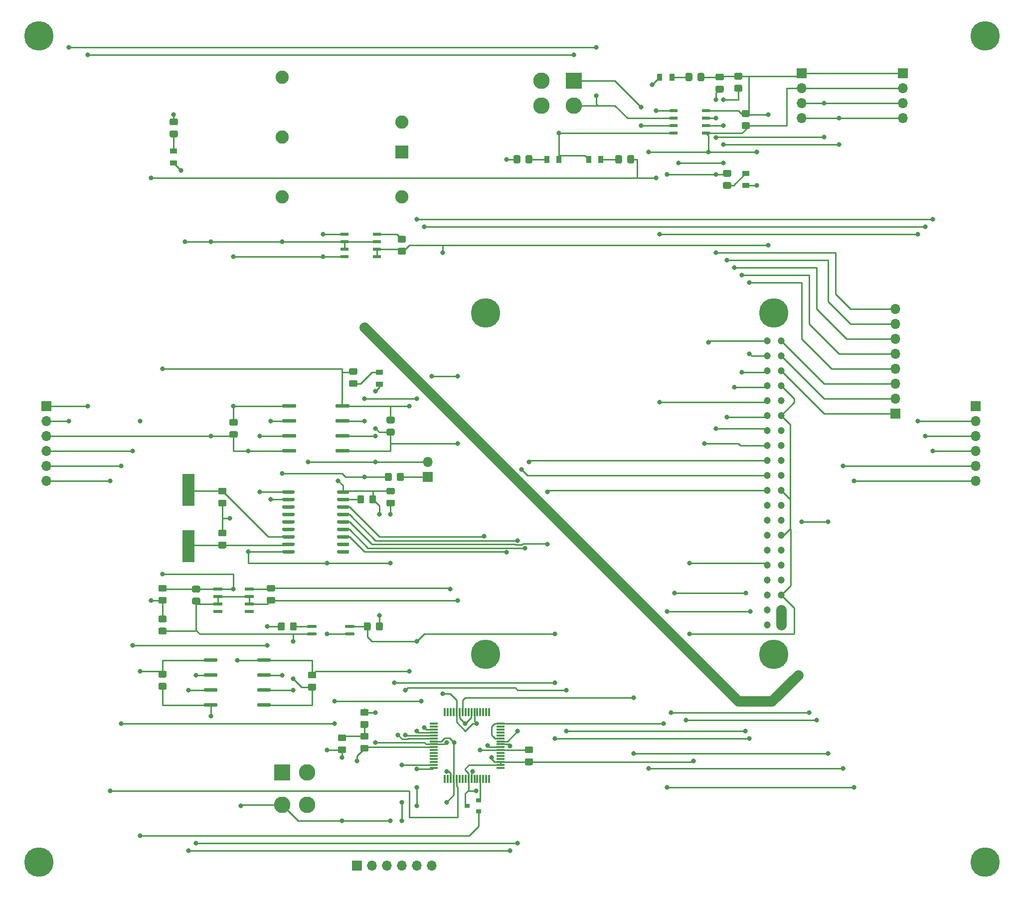
<source format=gbr>
%TF.GenerationSoftware,KiCad,Pcbnew,(5.1.6)-1*%
%TF.CreationDate,2021-02-04T22:49:38-05:00*%
%TF.ProjectId,Logic,4c6f6769-632e-46b6-9963-61645f706362,rev?*%
%TF.SameCoordinates,Original*%
%TF.FileFunction,Copper,L1,Top*%
%TF.FilePolarity,Positive*%
%FSLAX46Y46*%
G04 Gerber Fmt 4.6, Leading zero omitted, Abs format (unit mm)*
G04 Created by KiCad (PCBNEW (5.1.6)-1) date 2021-02-04 22:49:38*
%MOMM*%
%LPD*%
G01*
G04 APERTURE LIST*
%TA.AperFunction,ComponentPad*%
%ADD10C,5.000000*%
%TD*%
%TA.AperFunction,SMDPad,CuDef*%
%ADD11R,1.470000X0.300000*%
%TD*%
%TA.AperFunction,SMDPad,CuDef*%
%ADD12R,0.300000X1.470000*%
%TD*%
%TA.AperFunction,ComponentPad*%
%ADD13C,1.200000*%
%TD*%
%TA.AperFunction,SMDPad,CuDef*%
%ADD14R,1.549400X0.558800*%
%TD*%
%TA.AperFunction,SMDPad,CuDef*%
%ADD15R,0.863600X1.244600*%
%TD*%
%TA.AperFunction,SMDPad,CuDef*%
%ADD16R,1.244600X0.863600*%
%TD*%
%TA.AperFunction,ComponentPad*%
%ADD17C,2.800000*%
%TD*%
%TA.AperFunction,ComponentPad*%
%ADD18R,2.800000X2.800000*%
%TD*%
%TA.AperFunction,ComponentPad*%
%ADD19O,1.700000X1.700000*%
%TD*%
%TA.AperFunction,ComponentPad*%
%ADD20R,1.700000X1.700000*%
%TD*%
%TA.AperFunction,SMDPad,CuDef*%
%ADD21R,0.900000X0.800000*%
%TD*%
%TA.AperFunction,ComponentPad*%
%ADD22R,2.250000X2.250000*%
%TD*%
%TA.AperFunction,ComponentPad*%
%ADD23C,2.250000*%
%TD*%
%TA.AperFunction,SMDPad,CuDef*%
%ADD24R,1.460500X0.533400*%
%TD*%
%TA.AperFunction,SMDPad,CuDef*%
%ADD25R,1.460500X0.558800*%
%TD*%
%TA.AperFunction,SMDPad,CuDef*%
%ADD26R,2.000000X5.500000*%
%TD*%
%TA.AperFunction,ViaPad*%
%ADD27C,0.800000*%
%TD*%
%TA.AperFunction,Conductor*%
%ADD28C,0.250000*%
%TD*%
%TA.AperFunction,Conductor*%
%ADD29C,1.800000*%
%TD*%
G04 APERTURE END LIST*
D10*
%TO.P,REF\u002A\u002A,1*%
%TO.N,N/C*%
X95250000Y-5715000D03*
%TD*%
%TO.P,REF\u002A\u002A,1*%
%TO.N,N/C*%
X95250000Y-146050000D03*
%TD*%
D11*
%TO.P,U3,1*%
%TO.N,Net-(U3-Pad1)*%
X162250001Y-122560001D03*
%TO.P,U3,2*%
%TO.N,Net-(U3-Pad2)*%
X162250001Y-123060001D03*
%TO.P,U3,3*%
%TO.N,/Cooling_CTRL*%
X162250001Y-123560001D03*
%TO.P,U3,4*%
%TO.N,/Safety_Loop_iso*%
X162250001Y-124060001D03*
%TO.P,U3,5*%
%TO.N,/SCL_iso*%
X162250001Y-124560001D03*
%TO.P,U3,6*%
%TO.N,/SDA_iso*%
X162250001Y-125060001D03*
%TO.P,U3,7*%
%TO.N,/3.3V_rtn*%
X162250001Y-125560001D03*
%TO.P,U3,8*%
%TO.N,/3.3V*%
X162250001Y-126060001D03*
%TO.P,U3,9*%
%TO.N,/~MCLR~*%
X162250001Y-126560001D03*
%TO.P,U3,10*%
%TO.N,Net-(U3-Pad10)*%
X162250001Y-127060001D03*
%TO.P,U3,11*%
%TO.N,Net-(U3-Pad11)*%
X162250001Y-127560001D03*
%TO.P,U3,12*%
%TO.N,Net-(U3-Pad12)*%
X162250001Y-128060001D03*
%TO.P,U3,13*%
%TO.N,Net-(U3-Pad13)*%
X162250001Y-128560001D03*
%TO.P,U3,14*%
%TO.N,Net-(U3-Pad14)*%
X162250001Y-129060001D03*
%TO.P,U3,15*%
%TO.N,/PGEC*%
X162250001Y-129560001D03*
%TO.P,U3,16*%
%TO.N,/PGED*%
X162250001Y-130060001D03*
D12*
%TO.P,U3,17*%
%TO.N,Net-(U3-Pad17)*%
X164170001Y-131980001D03*
%TO.P,U3,18*%
%TO.N,Net-(U3-Pad18)*%
X164670001Y-131980001D03*
%TO.P,U3,19*%
%TO.N,/3.3V*%
X165170001Y-131980001D03*
%TO.P,U3,20*%
%TO.N,/3.3V_rtn*%
X165670001Y-131980001D03*
%TO.P,U3,21*%
%TO.N,/Throttle_SEL*%
X166170001Y-131980001D03*
%TO.P,U3,22*%
%TO.N,Net-(U3-Pad22)*%
X166670001Y-131980001D03*
%TO.P,U3,23*%
%TO.N,Net-(U3-Pad23)*%
X167170001Y-131980001D03*
%TO.P,U3,24*%
%TO.N,Net-(U3-Pad24)*%
X167670001Y-131980001D03*
%TO.P,U3,25*%
%TO.N,/3.3V_rtn*%
X168170001Y-131980001D03*
%TO.P,U3,26*%
%TO.N,/3.3V*%
X168670001Y-131980001D03*
%TO.P,U3,27*%
%TO.N,Net-(U3-Pad27)*%
X169170001Y-131980001D03*
%TO.P,U3,28*%
%TO.N,Net-(U3-Pad28)*%
X169670001Y-131980001D03*
%TO.P,U3,29*%
%TO.N,Net-(U1-Pad2)*%
X170170001Y-131980001D03*
%TO.P,U3,30*%
%TO.N,Net-(U3-Pad30)*%
X170670001Y-131980001D03*
%TO.P,U3,31*%
%TO.N,Net-(U3-Pad31)*%
X171170001Y-131980001D03*
%TO.P,U3,32*%
%TO.N,Net-(U3-Pad32)*%
X171670001Y-131980001D03*
D11*
%TO.P,U3,33*%
%TO.N,Net-(U3-Pad33)*%
X173590001Y-130060001D03*
%TO.P,U3,34*%
%TO.N,/3.3V_rtn*%
X173590001Y-129560001D03*
%TO.P,U3,35*%
X173590001Y-129060001D03*
%TO.P,U3,36*%
%TO.N,Net-(U3-Pad36)*%
X173590001Y-128560001D03*
%TO.P,U3,37*%
%TO.N,Net-(U3-Pad37)*%
X173590001Y-128060001D03*
%TO.P,U3,38*%
%TO.N,Net-(U3-Pad38)*%
X173590001Y-127560001D03*
%TO.P,U3,39*%
%TO.N,/3.3V*%
X173590001Y-127060001D03*
%TO.P,U3,40*%
%TO.N,/3.3V_rtn*%
X173590001Y-126560001D03*
%TO.P,U3,41*%
%TO.N,Net-(U3-Pad41)*%
X173590001Y-126060001D03*
%TO.P,U3,42*%
%TO.N,Net-(U3-Pad42)*%
X173590001Y-125560001D03*
%TO.P,U3,43*%
%TO.N,/PC_ready*%
X173590001Y-125060001D03*
%TO.P,U3,44*%
%TO.N,Net-(U3-Pad44)*%
X173590001Y-124560001D03*
%TO.P,U3,45*%
%TO.N,Net-(U3-Pad45)*%
X173590001Y-124060001D03*
%TO.P,U3,46*%
%TO.N,Net-(U3-Pad46)*%
X173590001Y-123560001D03*
%TO.P,U3,47*%
%TO.N,Net-(U3-Pad47)*%
X173590001Y-123060001D03*
%TO.P,U3,48*%
%TO.N,/PC_ready*%
X173590001Y-122560001D03*
D12*
%TO.P,U3,49*%
%TO.N,Net-(U3-Pad49)*%
X171670001Y-120640001D03*
%TO.P,U3,50*%
%TO.N,Net-(U3-Pad50)*%
X171170001Y-120640001D03*
%TO.P,U3,51*%
%TO.N,Net-(U3-Pad51)*%
X170670001Y-120640001D03*
%TO.P,U3,52*%
%TO.N,Net-(U3-Pad52)*%
X170170001Y-120640001D03*
%TO.P,U3,53*%
%TO.N,Net-(U3-Pad53)*%
X169670001Y-120640001D03*
%TO.P,U3,54*%
%TO.N,/3.3V*%
X169170001Y-120640001D03*
%TO.P,U3,55*%
%TO.N,/3.3V_rtn*%
X168670001Y-120640001D03*
%TO.P,U3,56*%
%TO.N,Net-(U3-Pad56)*%
X168170001Y-120640001D03*
%TO.P,U3,57*%
%TO.N,Net-(U3-Pad57)*%
X167670001Y-120640001D03*
%TO.P,U3,58*%
%TO.N,/RTDS_CTRL*%
X167170001Y-120640001D03*
%TO.P,U3,59*%
%TO.N,/3.3V_rtn*%
X166670001Y-120640001D03*
%TO.P,U3,60*%
%TO.N,/3.3V*%
X166170001Y-120640001D03*
%TO.P,U3,61*%
%TO.N,Net-(U3-Pad61)*%
X165670001Y-120640001D03*
%TO.P,U3,62*%
%TO.N,Net-(U3-Pad62)*%
X165170001Y-120640001D03*
%TO.P,U3,63*%
%TO.N,Net-(U3-Pad63)*%
X164670001Y-120640001D03*
%TO.P,U3,64*%
%TO.N,Net-(U3-Pad64)*%
X164170001Y-120640001D03*
%TD*%
D10*
%TO.P,REF\u002A\u002A,1*%
%TO.N,N/C*%
X255905000Y-5715000D03*
%TD*%
%TO.P,REF\u002A\u002A,1*%
%TO.N,N/C*%
X255905000Y-146050000D03*
%TD*%
D13*
%TO.P,U6,32*%
%TO.N,Net-(U6-Pad32)*%
X221269200Y-67675200D03*
%TO.P,U6,24*%
%TO.N,/PI_SPI_CEO*%
X221269200Y-77835200D03*
%TO.P,U6,19*%
%TO.N,/PiHat.sch/PI_SPI_MOSI*%
X218907200Y-82915200D03*
%TO.P,U6,39*%
%TO.N,/3.3V_rtn*%
X218907200Y-57515200D03*
%TO.P,U6,37*%
%TO.N,Net-(J6-Pad4)*%
X218907200Y-60055200D03*
%TO.P,U6,28*%
%TO.N,Net-(U6-Pad28)*%
X221269200Y-72755200D03*
%TO.P,U6,30*%
%TO.N,/3.3V_rtn*%
X221269200Y-70215200D03*
%TO.P,U6,23*%
%TO.N,/PiHat.sch/PI_SPI_SCLK*%
X218907200Y-77835200D03*
%TO.P,U6,22*%
%TO.N,/GPIO25*%
X221269200Y-80375200D03*
%TO.P,U6,21*%
%TO.N,/PiHat.sch/PI_SPI_MISO*%
X218907200Y-80375200D03*
%TO.P,U6,20*%
%TO.N,/3.3V_rtn*%
X221269200Y-82915200D03*
%TO.P,U6,40*%
%TO.N,Net-(J6-Pad3)*%
X221269200Y-57515200D03*
%TO.P,U6,29*%
%TO.N,Net-(J6-Pad7)*%
X218907200Y-70215200D03*
%TO.P,U6,35*%
%TO.N,Net-(J6-Pad5)*%
X218907200Y-62595200D03*
%TO.P,U6,18*%
%TO.N,Net-(U6-Pad18)*%
X221269200Y-85455200D03*
%TO.P,U6,27*%
%TO.N,Net-(J6-Pad8)*%
X218907200Y-72755200D03*
%TO.P,U6,38*%
%TO.N,Net-(J6-Pad2)*%
X221269200Y-60055200D03*
%TO.P,U6,34*%
%TO.N,/3.3V_rtn*%
X221269200Y-65135200D03*
%TO.P,U6,33*%
%TO.N,Net-(J6-Pad6)*%
X218907200Y-65135200D03*
%TO.P,U6,26*%
%TO.N,Net-(U6-Pad26)*%
X221269200Y-75295200D03*
%TO.P,U6,31*%
%TO.N,/SR_CTRL*%
X218907200Y-67675200D03*
%TO.P,U6,36*%
%TO.N,Net-(J6-Pad1)*%
X221269200Y-62595200D03*
%TO.P,U6,25*%
%TO.N,/3.3V_rtn*%
X218907200Y-75295200D03*
%TO.P,U6,11*%
%TO.N,Net-(U6-Pad11)*%
X218907200Y-93075200D03*
D10*
%TO.P,U6,44*%
%TO.N,N/C*%
X171047200Y-110763200D03*
D13*
%TO.P,U6,2*%
%TO.N,/5V*%
X221269200Y-105775200D03*
%TO.P,U6,4*%
X221269200Y-103235200D03*
%TO.P,U6,1*%
%TO.N,Net-(U6-Pad1)*%
X218907200Y-105775200D03*
%TO.P,U6,13*%
%TO.N,Net-(U6-Pad13)*%
X218907200Y-90535200D03*
%TO.P,U6,9*%
%TO.N,/3.3V_rtn*%
X218907200Y-95615200D03*
%TO.P,U6,14*%
X221269200Y-90535200D03*
D10*
%TO.P,U6,43*%
%TO.N,N/C*%
X171047200Y-52763200D03*
D13*
%TO.P,U6,17*%
%TO.N,Net-(U6-Pad17)*%
X218907200Y-85455200D03*
D10*
%TO.P,U6,41*%
%TO.N,N/C*%
X220047200Y-52763200D03*
D13*
%TO.P,U6,6*%
%TO.N,/3.3V_rtn*%
X221269200Y-100695200D03*
%TO.P,U6,7*%
%TO.N,Net-(U6-Pad7)*%
X218907200Y-98155200D03*
%TO.P,U6,10*%
%TO.N,Net-(U6-Pad10)*%
X221269200Y-95615200D03*
%TO.P,U6,8*%
%TO.N,Net-(U6-Pad8)*%
X221269200Y-98155200D03*
D10*
%TO.P,U6,42*%
%TO.N,N/C*%
X220047200Y-110763200D03*
D13*
%TO.P,U6,12*%
%TO.N,Net-(U6-Pad12)*%
X221269200Y-93075200D03*
%TO.P,U6,3*%
%TO.N,/SDA_iso*%
X218907200Y-103235200D03*
%TO.P,U6,5*%
%TO.N,/SCL_iso*%
X218907200Y-100695200D03*
%TO.P,U6,15*%
%TO.N,Net-(U6-Pad15)*%
X218907200Y-87995200D03*
%TO.P,U6,16*%
%TO.N,/Safety_Loop_iso*%
X221269200Y-87995200D03*
%TD*%
%TO.P,C1,1*%
%TO.N,/5V_non_iso*%
%TA.AperFunction,SMDPad,CuDef*%
G36*
G01*
X154489999Y-70400000D02*
X155390001Y-70400000D01*
G75*
G02*
X155640000Y-70649999I0J-249999D01*
G01*
X155640000Y-71300001D01*
G75*
G02*
X155390001Y-71550000I-249999J0D01*
G01*
X154489999Y-71550000D01*
G75*
G02*
X154240000Y-71300001I0J249999D01*
G01*
X154240000Y-70649999D01*
G75*
G02*
X154489999Y-70400000I249999J0D01*
G01*
G37*
%TD.AperFunction*%
%TO.P,C1,2*%
%TO.N,/24V_rtn*%
%TA.AperFunction,SMDPad,CuDef*%
G36*
G01*
X154489999Y-72450000D02*
X155390001Y-72450000D01*
G75*
G02*
X155640000Y-72699999I0J-249999D01*
G01*
X155640000Y-73350001D01*
G75*
G02*
X155390001Y-73600000I-249999J0D01*
G01*
X154489999Y-73600000D01*
G75*
G02*
X154240000Y-73350001I0J249999D01*
G01*
X154240000Y-72699999D01*
G75*
G02*
X154489999Y-72450000I249999J0D01*
G01*
G37*
%TD.AperFunction*%
%TD*%
%TO.P,C2,2*%
%TO.N,/3.3V_rtn*%
%TA.AperFunction,SMDPad,CuDef*%
G36*
G01*
X146234999Y-126425000D02*
X147135001Y-126425000D01*
G75*
G02*
X147385000Y-126674999I0J-249999D01*
G01*
X147385000Y-127325001D01*
G75*
G02*
X147135001Y-127575000I-249999J0D01*
G01*
X146234999Y-127575000D01*
G75*
G02*
X145985000Y-127325001I0J249999D01*
G01*
X145985000Y-126674999D01*
G75*
G02*
X146234999Y-126425000I249999J0D01*
G01*
G37*
%TD.AperFunction*%
%TO.P,C2,1*%
%TO.N,Net-(C2-Pad1)*%
%TA.AperFunction,SMDPad,CuDef*%
G36*
G01*
X146234999Y-124375000D02*
X147135001Y-124375000D01*
G75*
G02*
X147385000Y-124624999I0J-249999D01*
G01*
X147385000Y-125275001D01*
G75*
G02*
X147135001Y-125525000I-249999J0D01*
G01*
X146234999Y-125525000D01*
G75*
G02*
X145985000Y-125275001I0J249999D01*
G01*
X145985000Y-124624999D01*
G75*
G02*
X146234999Y-124375000I249999J0D01*
G01*
G37*
%TD.AperFunction*%
%TD*%
%TO.P,C9,2*%
%TO.N,/3.3V*%
%TA.AperFunction,SMDPad,CuDef*%
G36*
G01*
X178885001Y-127575000D02*
X177984999Y-127575000D01*
G75*
G02*
X177735000Y-127325001I0J249999D01*
G01*
X177735000Y-126674999D01*
G75*
G02*
X177984999Y-126425000I249999J0D01*
G01*
X178885001Y-126425000D01*
G75*
G02*
X179135000Y-126674999I0J-249999D01*
G01*
X179135000Y-127325001D01*
G75*
G02*
X178885001Y-127575000I-249999J0D01*
G01*
G37*
%TD.AperFunction*%
%TO.P,C9,1*%
%TO.N,/3.3V_rtn*%
%TA.AperFunction,SMDPad,CuDef*%
G36*
G01*
X178885001Y-129625000D02*
X177984999Y-129625000D01*
G75*
G02*
X177735000Y-129375001I0J249999D01*
G01*
X177735000Y-128724999D01*
G75*
G02*
X177984999Y-128475000I249999J0D01*
G01*
X178885001Y-128475000D01*
G75*
G02*
X179135000Y-128724999I0J-249999D01*
G01*
X179135000Y-129375001D01*
G75*
G02*
X178885001Y-129625000I-249999J0D01*
G01*
G37*
%TD.AperFunction*%
%TD*%
%TO.P,C11,1*%
%TO.N,/5V*%
%TA.AperFunction,SMDPad,CuDef*%
G36*
G01*
X115754999Y-113580000D02*
X116655001Y-113580000D01*
G75*
G02*
X116905000Y-113829999I0J-249999D01*
G01*
X116905000Y-114480001D01*
G75*
G02*
X116655001Y-114730000I-249999J0D01*
G01*
X115754999Y-114730000D01*
G75*
G02*
X115505000Y-114480001I0J249999D01*
G01*
X115505000Y-113829999D01*
G75*
G02*
X115754999Y-113580000I249999J0D01*
G01*
G37*
%TD.AperFunction*%
%TO.P,C11,2*%
%TO.N,/3.3V_rtn*%
%TA.AperFunction,SMDPad,CuDef*%
G36*
G01*
X115754999Y-115630000D02*
X116655001Y-115630000D01*
G75*
G02*
X116905000Y-115879999I0J-249999D01*
G01*
X116905000Y-116530001D01*
G75*
G02*
X116655001Y-116780000I-249999J0D01*
G01*
X115754999Y-116780000D01*
G75*
G02*
X115505000Y-116530001I0J249999D01*
G01*
X115505000Y-115879999D01*
G75*
G02*
X115754999Y-115630000I249999J0D01*
G01*
G37*
%TD.AperFunction*%
%TD*%
%TO.P,C12,1*%
%TO.N,/24V_rtn*%
%TA.AperFunction,SMDPad,CuDef*%
G36*
G01*
X142055001Y-116925000D02*
X141154999Y-116925000D01*
G75*
G02*
X140905000Y-116675001I0J249999D01*
G01*
X140905000Y-116024999D01*
G75*
G02*
X141154999Y-115775000I249999J0D01*
G01*
X142055001Y-115775000D01*
G75*
G02*
X142305000Y-116024999I0J-249999D01*
G01*
X142305000Y-116675001D01*
G75*
G02*
X142055001Y-116925000I-249999J0D01*
G01*
G37*
%TD.AperFunction*%
%TO.P,C12,2*%
%TO.N,/5V_non_iso*%
%TA.AperFunction,SMDPad,CuDef*%
G36*
G01*
X142055001Y-114875000D02*
X141154999Y-114875000D01*
G75*
G02*
X140905000Y-114625001I0J249999D01*
G01*
X140905000Y-113974999D01*
G75*
G02*
X141154999Y-113725000I249999J0D01*
G01*
X142055001Y-113725000D01*
G75*
G02*
X142305000Y-113974999I0J-249999D01*
G01*
X142305000Y-114625001D01*
G75*
G02*
X142055001Y-114875000I-249999J0D01*
G01*
G37*
%TD.AperFunction*%
%TD*%
%TO.P,C13,1*%
%TO.N,/3.3V*%
%TA.AperFunction,SMDPad,CuDef*%
G36*
G01*
X157295001Y-42875000D02*
X156394999Y-42875000D01*
G75*
G02*
X156145000Y-42625001I0J249999D01*
G01*
X156145000Y-41974999D01*
G75*
G02*
X156394999Y-41725000I249999J0D01*
G01*
X157295001Y-41725000D01*
G75*
G02*
X157545000Y-41974999I0J-249999D01*
G01*
X157545000Y-42625001D01*
G75*
G02*
X157295001Y-42875000I-249999J0D01*
G01*
G37*
%TD.AperFunction*%
%TO.P,C13,2*%
%TO.N,Net-(C13-Pad2)*%
%TA.AperFunction,SMDPad,CuDef*%
G36*
G01*
X157295001Y-40825000D02*
X156394999Y-40825000D01*
G75*
G02*
X156145000Y-40575001I0J249999D01*
G01*
X156145000Y-39924999D01*
G75*
G02*
X156394999Y-39675000I249999J0D01*
G01*
X157295001Y-39675000D01*
G75*
G02*
X157545000Y-39924999I0J-249999D01*
G01*
X157545000Y-40575001D01*
G75*
G02*
X157295001Y-40825000I-249999J0D01*
G01*
G37*
%TD.AperFunction*%
%TD*%
%TO.P,C14,1*%
%TO.N,/5V*%
%TA.AperFunction,SMDPad,CuDef*%
G36*
G01*
X127819999Y-70790000D02*
X128720001Y-70790000D01*
G75*
G02*
X128970000Y-71039999I0J-249999D01*
G01*
X128970000Y-71690001D01*
G75*
G02*
X128720001Y-71940000I-249999J0D01*
G01*
X127819999Y-71940000D01*
G75*
G02*
X127570000Y-71690001I0J249999D01*
G01*
X127570000Y-71039999D01*
G75*
G02*
X127819999Y-70790000I249999J0D01*
G01*
G37*
%TD.AperFunction*%
%TO.P,C14,2*%
%TO.N,/3.3V_rtn*%
%TA.AperFunction,SMDPad,CuDef*%
G36*
G01*
X127819999Y-72840000D02*
X128720001Y-72840000D01*
G75*
G02*
X128970000Y-73089999I0J-249999D01*
G01*
X128970000Y-73740001D01*
G75*
G02*
X128720001Y-73990000I-249999J0D01*
G01*
X127819999Y-73990000D01*
G75*
G02*
X127570000Y-73740001I0J249999D01*
G01*
X127570000Y-73089999D01*
G75*
G02*
X127819999Y-72840000I249999J0D01*
G01*
G37*
%TD.AperFunction*%
%TD*%
%TO.P,C15,1*%
%TO.N,/5V*%
%TA.AperFunction,SMDPad,CuDef*%
G36*
G01*
X154489999Y-82465000D02*
X155390001Y-82465000D01*
G75*
G02*
X155640000Y-82714999I0J-249999D01*
G01*
X155640000Y-83365001D01*
G75*
G02*
X155390001Y-83615000I-249999J0D01*
G01*
X154489999Y-83615000D01*
G75*
G02*
X154240000Y-83365001I0J249999D01*
G01*
X154240000Y-82714999D01*
G75*
G02*
X154489999Y-82465000I249999J0D01*
G01*
G37*
%TD.AperFunction*%
%TO.P,C15,2*%
%TO.N,/3.3V_rtn*%
%TA.AperFunction,SMDPad,CuDef*%
G36*
G01*
X154489999Y-84515000D02*
X155390001Y-84515000D01*
G75*
G02*
X155640000Y-84764999I0J-249999D01*
G01*
X155640000Y-85415001D01*
G75*
G02*
X155390001Y-85665000I-249999J0D01*
G01*
X154489999Y-85665000D01*
G75*
G02*
X154240000Y-85415001I0J249999D01*
G01*
X154240000Y-84764999D01*
G75*
G02*
X154489999Y-84515000I249999J0D01*
G01*
G37*
%TD.AperFunction*%
%TD*%
%TO.P,C16,2*%
%TO.N,Net-(C16-Pad2)*%
%TA.AperFunction,SMDPad,CuDef*%
G36*
G01*
X126815001Y-83615000D02*
X125914999Y-83615000D01*
G75*
G02*
X125665000Y-83365001I0J249999D01*
G01*
X125665000Y-82714999D01*
G75*
G02*
X125914999Y-82465000I249999J0D01*
G01*
X126815001Y-82465000D01*
G75*
G02*
X127065000Y-82714999I0J-249999D01*
G01*
X127065000Y-83365001D01*
G75*
G02*
X126815001Y-83615000I-249999J0D01*
G01*
G37*
%TD.AperFunction*%
%TO.P,C16,1*%
%TO.N,/3.3V_rtn*%
%TA.AperFunction,SMDPad,CuDef*%
G36*
G01*
X126815001Y-85665000D02*
X125914999Y-85665000D01*
G75*
G02*
X125665000Y-85415001I0J249999D01*
G01*
X125665000Y-84764999D01*
G75*
G02*
X125914999Y-84515000I249999J0D01*
G01*
X126815001Y-84515000D01*
G75*
G02*
X127065000Y-84764999I0J-249999D01*
G01*
X127065000Y-85415001D01*
G75*
G02*
X126815001Y-85665000I-249999J0D01*
G01*
G37*
%TD.AperFunction*%
%TD*%
%TO.P,C17,1*%
%TO.N,/3.3V_rtn*%
%TA.AperFunction,SMDPad,CuDef*%
G36*
G01*
X125914999Y-89595000D02*
X126815001Y-89595000D01*
G75*
G02*
X127065000Y-89844999I0J-249999D01*
G01*
X127065000Y-90495001D01*
G75*
G02*
X126815001Y-90745000I-249999J0D01*
G01*
X125914999Y-90745000D01*
G75*
G02*
X125665000Y-90495001I0J249999D01*
G01*
X125665000Y-89844999D01*
G75*
G02*
X125914999Y-89595000I249999J0D01*
G01*
G37*
%TD.AperFunction*%
%TO.P,C17,2*%
%TO.N,Net-(C17-Pad2)*%
%TA.AperFunction,SMDPad,CuDef*%
G36*
G01*
X125914999Y-91645000D02*
X126815001Y-91645000D01*
G75*
G02*
X127065000Y-91894999I0J-249999D01*
G01*
X127065000Y-92545001D01*
G75*
G02*
X126815001Y-92795000I-249999J0D01*
G01*
X125914999Y-92795000D01*
G75*
G02*
X125665000Y-92545001I0J249999D01*
G01*
X125665000Y-91894999D01*
G75*
G02*
X125914999Y-91645000I249999J0D01*
G01*
G37*
%TD.AperFunction*%
%TD*%
%TO.P,C18,2*%
%TO.N,/3.3V_rtn*%
%TA.AperFunction,SMDPad,CuDef*%
G36*
G01*
X214814999Y-20380000D02*
X215715001Y-20380000D01*
G75*
G02*
X215965000Y-20629999I0J-249999D01*
G01*
X215965000Y-21280001D01*
G75*
G02*
X215715001Y-21530000I-249999J0D01*
G01*
X214814999Y-21530000D01*
G75*
G02*
X214565000Y-21280001I0J249999D01*
G01*
X214565000Y-20629999D01*
G75*
G02*
X214814999Y-20380000I249999J0D01*
G01*
G37*
%TD.AperFunction*%
%TO.P,C18,1*%
%TO.N,/3.3V*%
%TA.AperFunction,SMDPad,CuDef*%
G36*
G01*
X214814999Y-18330000D02*
X215715001Y-18330000D01*
G75*
G02*
X215965000Y-18579999I0J-249999D01*
G01*
X215965000Y-19230001D01*
G75*
G02*
X215715001Y-19480000I-249999J0D01*
G01*
X214814999Y-19480000D01*
G75*
G02*
X214565000Y-19230001I0J249999D01*
G01*
X214565000Y-18579999D01*
G75*
G02*
X214814999Y-18330000I249999J0D01*
G01*
G37*
%TD.AperFunction*%
%TD*%
%TO.P,C19,1*%
%TO.N,/24V_rtn*%
%TA.AperFunction,SMDPad,CuDef*%
G36*
G01*
X122370001Y-102320000D02*
X121469999Y-102320000D01*
G75*
G02*
X121220000Y-102070001I0J249999D01*
G01*
X121220000Y-101419999D01*
G75*
G02*
X121469999Y-101170000I249999J0D01*
G01*
X122370001Y-101170000D01*
G75*
G02*
X122620000Y-101419999I0J-249999D01*
G01*
X122620000Y-102070001D01*
G75*
G02*
X122370001Y-102320000I-249999J0D01*
G01*
G37*
%TD.AperFunction*%
%TO.P,C19,2*%
%TO.N,/5V_non_iso*%
%TA.AperFunction,SMDPad,CuDef*%
G36*
G01*
X122370001Y-100270000D02*
X121469999Y-100270000D01*
G75*
G02*
X121220000Y-100020001I0J249999D01*
G01*
X121220000Y-99369999D01*
G75*
G02*
X121469999Y-99120000I249999J0D01*
G01*
X122370001Y-99120000D01*
G75*
G02*
X122620000Y-99369999I0J-249999D01*
G01*
X122620000Y-100020001D01*
G75*
G02*
X122370001Y-100270000I-249999J0D01*
G01*
G37*
%TD.AperFunction*%
%TD*%
%TO.P,C20,1*%
%TO.N,/24V*%
%TA.AperFunction,SMDPad,CuDef*%
G36*
G01*
X134169999Y-98975000D02*
X135070001Y-98975000D01*
G75*
G02*
X135320000Y-99224999I0J-249999D01*
G01*
X135320000Y-99875001D01*
G75*
G02*
X135070001Y-100125000I-249999J0D01*
G01*
X134169999Y-100125000D01*
G75*
G02*
X133920000Y-99875001I0J249999D01*
G01*
X133920000Y-99224999D01*
G75*
G02*
X134169999Y-98975000I249999J0D01*
G01*
G37*
%TD.AperFunction*%
%TO.P,C20,2*%
%TO.N,/24V_rtn*%
%TA.AperFunction,SMDPad,CuDef*%
G36*
G01*
X134169999Y-101025000D02*
X135070001Y-101025000D01*
G75*
G02*
X135320000Y-101274999I0J-249999D01*
G01*
X135320000Y-101925001D01*
G75*
G02*
X135070001Y-102175000I-249999J0D01*
G01*
X134169999Y-102175000D01*
G75*
G02*
X133920000Y-101925001I0J249999D01*
G01*
X133920000Y-101274999D01*
G75*
G02*
X134169999Y-101025000I249999J0D01*
G01*
G37*
%TD.AperFunction*%
%TD*%
D14*
%TO.P,CR1,1*%
%TO.N,/5V_non_iso*%
X125590300Y-99695000D03*
%TO.P,CR1,2*%
%TO.N,/24V_rtn*%
X125590300Y-100965000D03*
%TO.P,CR1,3*%
X125590300Y-102235000D03*
%TO.P,CR1,4*%
%TO.N,Net-(CR1-Pad4)*%
X125590300Y-103505000D03*
%TO.P,CR1,5*%
%TO.N,Net-(CR1-Pad5)*%
X130949700Y-103505000D03*
%TO.P,CR1,6*%
%TO.N,/24V_rtn*%
X130949700Y-102235000D03*
%TO.P,CR1,7*%
X130949700Y-100965000D03*
%TO.P,CR1,8*%
%TO.N,/24V*%
X130949700Y-99695000D03*
%TD*%
D15*
%TO.P,D1,2*%
%TO.N,Net-(D1-Pad2)*%
X202717400Y-12700000D03*
%TO.P,D1,1*%
%TO.N,/3.3V_rtn*%
X200660000Y-12700000D03*
%TD*%
D16*
%TO.P,D2,1*%
%TO.N,/3.3V_rtn*%
X215265000Y-31115000D03*
%TO.P,D2,2*%
%TO.N,Net-(D2-Pad2)*%
X215265000Y-29057600D03*
%TD*%
D15*
%TO.P,D3,1*%
%TO.N,/24V_rtn*%
X183515000Y-26670000D03*
%TO.P,D3,2*%
%TO.N,Net-(D3-Pad2)*%
X181457600Y-26670000D03*
%TD*%
%TO.P,D4,2*%
%TO.N,Net-(D4-Pad2)*%
X190652400Y-26670000D03*
%TO.P,D4,1*%
%TO.N,/24V_rtn*%
X188595000Y-26670000D03*
%TD*%
D16*
%TO.P,D5,2*%
%TO.N,Net-(D5-Pad2)*%
X153035000Y-62865000D03*
%TO.P,D5,1*%
%TO.N,/24V_rtn*%
X153035000Y-64922400D03*
%TD*%
%TO.P,D6,1*%
%TO.N,/3.3V_rtn*%
X118110000Y-27305000D03*
%TO.P,D6,2*%
%TO.N,Net-(D6-Pad2)*%
X118110000Y-25247600D03*
%TD*%
D17*
%TO.P,J1,4*%
%TO.N,Net-(J1-Pad4)*%
X140725000Y-136310000D03*
%TO.P,J1,3*%
%TO.N,/3.3V_rtn*%
X136525000Y-136310000D03*
%TO.P,J1,2*%
%TO.N,/BP_CAN-*%
X140725000Y-130810000D03*
D18*
%TO.P,J1,1*%
%TO.N,/BP_CAN+*%
X136525000Y-130810000D03*
%TD*%
D19*
%TO.P,J3,4*%
%TO.N,/SCL_iso*%
X224790000Y-19685000D03*
%TO.P,J3,3*%
%TO.N,/SDA_iso*%
X224790000Y-17145000D03*
%TO.P,J3,2*%
%TO.N,/3.3V_rtn*%
X224790000Y-14605000D03*
D20*
%TO.P,J3,1*%
%TO.N,/3.3V*%
X224790000Y-12065000D03*
%TD*%
%TO.P,J4,1*%
%TO.N,/3.3V*%
X241935000Y-12065000D03*
D19*
%TO.P,J4,2*%
%TO.N,/3.3V_rtn*%
X241935000Y-14605000D03*
%TO.P,J4,3*%
%TO.N,/SDA_iso*%
X241935000Y-17145000D03*
%TO.P,J4,4*%
%TO.N,/SCL_iso*%
X241935000Y-19685000D03*
%TD*%
D20*
%TO.P,J5.1,1*%
%TO.N,/GLV_SCL*%
X96520000Y-68580000D03*
D19*
%TO.P,J5.1,2*%
%TO.N,/GLV_SDA*%
X96520000Y-71120000D03*
%TO.P,J5.1,3*%
%TO.N,/3.3V_rtn*%
X96520000Y-73660000D03*
%TO.P,J5.1,4*%
%TO.N,/Safety_Loop*%
X96520000Y-76200000D03*
%TO.P,J5.1,5*%
%TO.N,/Cooling_CTRL*%
X96520000Y-78740000D03*
%TO.P,J5.1,6*%
%TO.N,/Throttle_SEL*%
X96520000Y-81280000D03*
%TD*%
%TO.P,J5.2,6*%
%TO.N,/PC_ready*%
X254259080Y-81280000D03*
%TO.P,J5.2,5*%
%TO.N,/RTDS_CTRL*%
X254259080Y-78740000D03*
%TO.P,J5.2,4*%
%TO.N,/BP_CAN+*%
X254259080Y-76200000D03*
%TO.P,J5.2,3*%
%TO.N,/BP_CAN-*%
X254259080Y-73660000D03*
%TO.P,J5.2,2*%
%TO.N,/SR_CTRL*%
X254259080Y-71120000D03*
D20*
%TO.P,J5.2,1*%
%TO.N,/AMS_Fault*%
X254259080Y-68580000D03*
%TD*%
%TO.P,J6,1*%
%TO.N,Net-(J6-Pad1)*%
X240665000Y-69850000D03*
D19*
%TO.P,J6,2*%
%TO.N,Net-(J6-Pad2)*%
X240665000Y-67310000D03*
%TO.P,J6,3*%
%TO.N,Net-(J6-Pad3)*%
X240665000Y-64770000D03*
%TO.P,J6,4*%
%TO.N,Net-(J6-Pad4)*%
X240665000Y-62230000D03*
%TO.P,J6,5*%
%TO.N,Net-(J6-Pad5)*%
X240665000Y-59690000D03*
%TO.P,J6,6*%
%TO.N,Net-(J6-Pad6)*%
X240665000Y-57150000D03*
%TO.P,J6,7*%
%TO.N,Net-(J6-Pad7)*%
X240665000Y-54610000D03*
%TO.P,J6,8*%
%TO.N,Net-(J6-Pad8)*%
X240665000Y-52070000D03*
%TD*%
D18*
%TO.P,J7,1*%
%TO.N,/GLV_SCL*%
X186055000Y-13335000D03*
D17*
%TO.P,J7,2*%
%TO.N,/GLV_SDA*%
X186055000Y-17535000D03*
%TO.P,J7,3*%
%TO.N,/24V_rtn*%
X180555000Y-13335000D03*
%TO.P,J7,4*%
%TO.N,/24V*%
X180555000Y-17535000D03*
%TD*%
D20*
%TO.P,J8,1*%
%TO.N,/~MCLR~*%
X149225000Y-146685000D03*
D19*
%TO.P,J8,2*%
%TO.N,/3.3V*%
X151765000Y-146685000D03*
%TO.P,J8,3*%
%TO.N,/3.3V_rtn*%
X154305000Y-146685000D03*
%TO.P,J8,4*%
%TO.N,/PGEC*%
X156845000Y-146685000D03*
%TO.P,J8,5*%
%TO.N,/PGED*%
X159385000Y-146685000D03*
%TO.P,J8,6*%
%TO.N,Net-(J8-Pad6)*%
X161925000Y-146685000D03*
%TD*%
D20*
%TO.P,J9,1*%
%TO.N,Net-(J9-Pad1)*%
X161290000Y-80645000D03*
D19*
%TO.P,J9,2*%
%TO.N,/BP_CAN-*%
X161290000Y-78105000D03*
%TD*%
D21*
%TO.P,U1,1*%
%TO.N,/5V*%
X169910000Y-137475000D03*
%TO.P,U1,2*%
%TO.N,Net-(U1-Pad2)*%
X169910000Y-135575000D03*
%TO.P,U1,3*%
%TO.N,/3.3V_rtn*%
X167910000Y-136525000D03*
%TD*%
%TO.P,U2,8*%
%TO.N,/5V_non_iso*%
%TA.AperFunction,SMDPad,CuDef*%
G36*
G01*
X145590000Y-68742500D02*
X145590000Y-68417500D01*
G75*
G02*
X145752500Y-68255000I162500J0D01*
G01*
X147777500Y-68255000D01*
G75*
G02*
X147940000Y-68417500I0J-162500D01*
G01*
X147940000Y-68742500D01*
G75*
G02*
X147777500Y-68905000I-162500J0D01*
G01*
X145752500Y-68905000D01*
G75*
G02*
X145590000Y-68742500I0J162500D01*
G01*
G37*
%TD.AperFunction*%
%TO.P,U2,7*%
%TO.N,/BP_CAN+*%
%TA.AperFunction,SMDPad,CuDef*%
G36*
G01*
X145590000Y-71282500D02*
X145590000Y-70957500D01*
G75*
G02*
X145752500Y-70795000I162500J0D01*
G01*
X147777500Y-70795000D01*
G75*
G02*
X147940000Y-70957500I0J-162500D01*
G01*
X147940000Y-71282500D01*
G75*
G02*
X147777500Y-71445000I-162500J0D01*
G01*
X145752500Y-71445000D01*
G75*
G02*
X145590000Y-71282500I0J162500D01*
G01*
G37*
%TD.AperFunction*%
%TO.P,U2,6*%
%TO.N,/BP_CAN-*%
%TA.AperFunction,SMDPad,CuDef*%
G36*
G01*
X145590000Y-73822500D02*
X145590000Y-73497500D01*
G75*
G02*
X145752500Y-73335000I162500J0D01*
G01*
X147777500Y-73335000D01*
G75*
G02*
X147940000Y-73497500I0J-162500D01*
G01*
X147940000Y-73822500D01*
G75*
G02*
X147777500Y-73985000I-162500J0D01*
G01*
X145752500Y-73985000D01*
G75*
G02*
X145590000Y-73822500I0J162500D01*
G01*
G37*
%TD.AperFunction*%
%TO.P,U2,5*%
%TO.N,/24V_rtn*%
%TA.AperFunction,SMDPad,CuDef*%
G36*
G01*
X145590000Y-76362500D02*
X145590000Y-76037500D01*
G75*
G02*
X145752500Y-75875000I162500J0D01*
G01*
X147777500Y-75875000D01*
G75*
G02*
X147940000Y-76037500I0J-162500D01*
G01*
X147940000Y-76362500D01*
G75*
G02*
X147777500Y-76525000I-162500J0D01*
G01*
X145752500Y-76525000D01*
G75*
G02*
X145590000Y-76362500I0J162500D01*
G01*
G37*
%TD.AperFunction*%
%TO.P,U2,4*%
%TO.N,/3.3V_rtn*%
%TA.AperFunction,SMDPad,CuDef*%
G36*
G01*
X136540000Y-76362500D02*
X136540000Y-76037500D01*
G75*
G02*
X136702500Y-75875000I162500J0D01*
G01*
X138727500Y-75875000D01*
G75*
G02*
X138890000Y-76037500I0J-162500D01*
G01*
X138890000Y-76362500D01*
G75*
G02*
X138727500Y-76525000I-162500J0D01*
G01*
X136702500Y-76525000D01*
G75*
G02*
X136540000Y-76362500I0J162500D01*
G01*
G37*
%TD.AperFunction*%
%TO.P,U2,3*%
%TO.N,Net-(U2-Pad3)*%
%TA.AperFunction,SMDPad,CuDef*%
G36*
G01*
X136540000Y-73822500D02*
X136540000Y-73497500D01*
G75*
G02*
X136702500Y-73335000I162500J0D01*
G01*
X138727500Y-73335000D01*
G75*
G02*
X138890000Y-73497500I0J-162500D01*
G01*
X138890000Y-73822500D01*
G75*
G02*
X138727500Y-73985000I-162500J0D01*
G01*
X136702500Y-73985000D01*
G75*
G02*
X136540000Y-73822500I0J162500D01*
G01*
G37*
%TD.AperFunction*%
%TO.P,U2,2*%
%TO.N,Net-(U2-Pad2)*%
%TA.AperFunction,SMDPad,CuDef*%
G36*
G01*
X136540000Y-71282500D02*
X136540000Y-70957500D01*
G75*
G02*
X136702500Y-70795000I162500J0D01*
G01*
X138727500Y-70795000D01*
G75*
G02*
X138890000Y-70957500I0J-162500D01*
G01*
X138890000Y-71282500D01*
G75*
G02*
X138727500Y-71445000I-162500J0D01*
G01*
X136702500Y-71445000D01*
G75*
G02*
X136540000Y-71282500I0J162500D01*
G01*
G37*
%TD.AperFunction*%
%TO.P,U2,1*%
%TO.N,/5V*%
%TA.AperFunction,SMDPad,CuDef*%
G36*
G01*
X136540000Y-68742500D02*
X136540000Y-68417500D01*
G75*
G02*
X136702500Y-68255000I162500J0D01*
G01*
X138727500Y-68255000D01*
G75*
G02*
X138890000Y-68417500I0J-162500D01*
G01*
X138890000Y-68742500D01*
G75*
G02*
X138727500Y-68905000I-162500J0D01*
G01*
X136702500Y-68905000D01*
G75*
G02*
X136540000Y-68742500I0J162500D01*
G01*
G37*
%TD.AperFunction*%
%TD*%
D22*
%TO.P,U4,1*%
%TO.N,/24V_rtn*%
X156845000Y-25400000D03*
D23*
%TO.P,U4,2*%
%TO.N,/24V*%
X156845000Y-20320000D03*
%TO.P,U4,3*%
%TO.N,/5V*%
X136525000Y-12700000D03*
%TO.P,U4,5*%
%TO.N,/3.3V_rtn*%
X136525000Y-33020000D03*
%TO.P,U4,6*%
%TO.N,Net-(U4-Pad6)*%
X156845000Y-33020000D03*
%TO.P,U4,4*%
%TO.N,Net-(U4-Pad4)*%
X136525000Y-22860000D03*
%TD*%
%TO.P,U5,1*%
%TO.N,/5V*%
%TA.AperFunction,SMDPad,CuDef*%
G36*
G01*
X123205000Y-111922500D02*
X123205000Y-111597500D01*
G75*
G02*
X123367500Y-111435000I162500J0D01*
G01*
X125392500Y-111435000D01*
G75*
G02*
X125555000Y-111597500I0J-162500D01*
G01*
X125555000Y-111922500D01*
G75*
G02*
X125392500Y-112085000I-162500J0D01*
G01*
X123367500Y-112085000D01*
G75*
G02*
X123205000Y-111922500I0J162500D01*
G01*
G37*
%TD.AperFunction*%
%TO.P,U5,2*%
%TO.N,Net-(U3-Pad42)*%
%TA.AperFunction,SMDPad,CuDef*%
G36*
G01*
X123205000Y-114462500D02*
X123205000Y-114137500D01*
G75*
G02*
X123367500Y-113975000I162500J0D01*
G01*
X125392500Y-113975000D01*
G75*
G02*
X125555000Y-114137500I0J-162500D01*
G01*
X125555000Y-114462500D01*
G75*
G02*
X125392500Y-114625000I-162500J0D01*
G01*
X123367500Y-114625000D01*
G75*
G02*
X123205000Y-114462500I0J162500D01*
G01*
G37*
%TD.AperFunction*%
%TO.P,U5,3*%
%TO.N,Net-(U3-Pad41)*%
%TA.AperFunction,SMDPad,CuDef*%
G36*
G01*
X123205000Y-117002500D02*
X123205000Y-116677500D01*
G75*
G02*
X123367500Y-116515000I162500J0D01*
G01*
X125392500Y-116515000D01*
G75*
G02*
X125555000Y-116677500I0J-162500D01*
G01*
X125555000Y-117002500D01*
G75*
G02*
X125392500Y-117165000I-162500J0D01*
G01*
X123367500Y-117165000D01*
G75*
G02*
X123205000Y-117002500I0J162500D01*
G01*
G37*
%TD.AperFunction*%
%TO.P,U5,4*%
%TO.N,/3.3V_rtn*%
%TA.AperFunction,SMDPad,CuDef*%
G36*
G01*
X123205000Y-119542500D02*
X123205000Y-119217500D01*
G75*
G02*
X123367500Y-119055000I162500J0D01*
G01*
X125392500Y-119055000D01*
G75*
G02*
X125555000Y-119217500I0J-162500D01*
G01*
X125555000Y-119542500D01*
G75*
G02*
X125392500Y-119705000I-162500J0D01*
G01*
X123367500Y-119705000D01*
G75*
G02*
X123205000Y-119542500I0J162500D01*
G01*
G37*
%TD.AperFunction*%
%TO.P,U5,5*%
%TO.N,/24V_rtn*%
%TA.AperFunction,SMDPad,CuDef*%
G36*
G01*
X132255000Y-119542500D02*
X132255000Y-119217500D01*
G75*
G02*
X132417500Y-119055000I162500J0D01*
G01*
X134442500Y-119055000D01*
G75*
G02*
X134605000Y-119217500I0J-162500D01*
G01*
X134605000Y-119542500D01*
G75*
G02*
X134442500Y-119705000I-162500J0D01*
G01*
X132417500Y-119705000D01*
G75*
G02*
X132255000Y-119542500I0J162500D01*
G01*
G37*
%TD.AperFunction*%
%TO.P,U5,6*%
%TO.N,/BP_CAN-*%
%TA.AperFunction,SMDPad,CuDef*%
G36*
G01*
X132255000Y-117002500D02*
X132255000Y-116677500D01*
G75*
G02*
X132417500Y-116515000I162500J0D01*
G01*
X134442500Y-116515000D01*
G75*
G02*
X134605000Y-116677500I0J-162500D01*
G01*
X134605000Y-117002500D01*
G75*
G02*
X134442500Y-117165000I-162500J0D01*
G01*
X132417500Y-117165000D01*
G75*
G02*
X132255000Y-117002500I0J162500D01*
G01*
G37*
%TD.AperFunction*%
%TO.P,U5,7*%
%TO.N,/BP_CAN+*%
%TA.AperFunction,SMDPad,CuDef*%
G36*
G01*
X132255000Y-114462500D02*
X132255000Y-114137500D01*
G75*
G02*
X132417500Y-113975000I162500J0D01*
G01*
X134442500Y-113975000D01*
G75*
G02*
X134605000Y-114137500I0J-162500D01*
G01*
X134605000Y-114462500D01*
G75*
G02*
X134442500Y-114625000I-162500J0D01*
G01*
X132417500Y-114625000D01*
G75*
G02*
X132255000Y-114462500I0J162500D01*
G01*
G37*
%TD.AperFunction*%
%TO.P,U5,8*%
%TO.N,/5V_non_iso*%
%TA.AperFunction,SMDPad,CuDef*%
G36*
G01*
X132255000Y-111922500D02*
X132255000Y-111597500D01*
G75*
G02*
X132417500Y-111435000I162500J0D01*
G01*
X134442500Y-111435000D01*
G75*
G02*
X134605000Y-111597500I0J-162500D01*
G01*
X134605000Y-111922500D01*
G75*
G02*
X134442500Y-112085000I-162500J0D01*
G01*
X132417500Y-112085000D01*
G75*
G02*
X132255000Y-111922500I0J162500D01*
G01*
G37*
%TD.AperFunction*%
%TD*%
D24*
%TO.P,U7,1*%
%TO.N,/3.3V*%
X152584150Y-43180000D03*
%TO.P,U7,2*%
X152584150Y-41910000D03*
%TO.P,U7,3*%
%TO.N,/3.3V_rtn*%
X152584150Y-40640000D03*
%TO.P,U7,4*%
%TO.N,Net-(C13-Pad2)*%
X152584150Y-39370000D03*
%TO.P,U7,5*%
%TO.N,/5V*%
X147135850Y-39370000D03*
%TO.P,U7,6*%
%TO.N,/3.3V_rtn*%
X147135850Y-40640000D03*
%TO.P,U7,7*%
X147135850Y-41910000D03*
%TO.P,U7,8*%
%TO.N,/5V*%
X147135850Y-43180000D03*
%TD*%
%TO.P,U8,1*%
%TO.N,Net-(U2-Pad3)*%
%TA.AperFunction,SMDPad,CuDef*%
G36*
G01*
X136565000Y-83335000D02*
X136565000Y-83035000D01*
G75*
G02*
X136715000Y-82885000I150000J0D01*
G01*
X138465000Y-82885000D01*
G75*
G02*
X138615000Y-83035000I0J-150000D01*
G01*
X138615000Y-83335000D01*
G75*
G02*
X138465000Y-83485000I-150000J0D01*
G01*
X136715000Y-83485000D01*
G75*
G02*
X136565000Y-83335000I0J150000D01*
G01*
G37*
%TD.AperFunction*%
%TO.P,U8,2*%
%TO.N,Net-(U2-Pad2)*%
%TA.AperFunction,SMDPad,CuDef*%
G36*
G01*
X136565000Y-84605000D02*
X136565000Y-84305000D01*
G75*
G02*
X136715000Y-84155000I150000J0D01*
G01*
X138465000Y-84155000D01*
G75*
G02*
X138615000Y-84305000I0J-150000D01*
G01*
X138615000Y-84605000D01*
G75*
G02*
X138465000Y-84755000I-150000J0D01*
G01*
X136715000Y-84755000D01*
G75*
G02*
X136565000Y-84605000I0J150000D01*
G01*
G37*
%TD.AperFunction*%
%TO.P,U8,3*%
%TO.N,Net-(U8-Pad3)*%
%TA.AperFunction,SMDPad,CuDef*%
G36*
G01*
X136565000Y-85875000D02*
X136565000Y-85575000D01*
G75*
G02*
X136715000Y-85425000I150000J0D01*
G01*
X138465000Y-85425000D01*
G75*
G02*
X138615000Y-85575000I0J-150000D01*
G01*
X138615000Y-85875000D01*
G75*
G02*
X138465000Y-86025000I-150000J0D01*
G01*
X136715000Y-86025000D01*
G75*
G02*
X136565000Y-85875000I0J150000D01*
G01*
G37*
%TD.AperFunction*%
%TO.P,U8,4*%
%TO.N,Net-(U8-Pad4)*%
%TA.AperFunction,SMDPad,CuDef*%
G36*
G01*
X136565000Y-87145000D02*
X136565000Y-86845000D01*
G75*
G02*
X136715000Y-86695000I150000J0D01*
G01*
X138465000Y-86695000D01*
G75*
G02*
X138615000Y-86845000I0J-150000D01*
G01*
X138615000Y-87145000D01*
G75*
G02*
X138465000Y-87295000I-150000J0D01*
G01*
X136715000Y-87295000D01*
G75*
G02*
X136565000Y-87145000I0J150000D01*
G01*
G37*
%TD.AperFunction*%
%TO.P,U8,5*%
%TO.N,Net-(U8-Pad5)*%
%TA.AperFunction,SMDPad,CuDef*%
G36*
G01*
X136565000Y-88415000D02*
X136565000Y-88115000D01*
G75*
G02*
X136715000Y-87965000I150000J0D01*
G01*
X138465000Y-87965000D01*
G75*
G02*
X138615000Y-88115000I0J-150000D01*
G01*
X138615000Y-88415000D01*
G75*
G02*
X138465000Y-88565000I-150000J0D01*
G01*
X136715000Y-88565000D01*
G75*
G02*
X136565000Y-88415000I0J150000D01*
G01*
G37*
%TD.AperFunction*%
%TO.P,U8,6*%
%TO.N,Net-(U8-Pad6)*%
%TA.AperFunction,SMDPad,CuDef*%
G36*
G01*
X136565000Y-89685000D02*
X136565000Y-89385000D01*
G75*
G02*
X136715000Y-89235000I150000J0D01*
G01*
X138465000Y-89235000D01*
G75*
G02*
X138615000Y-89385000I0J-150000D01*
G01*
X138615000Y-89685000D01*
G75*
G02*
X138465000Y-89835000I-150000J0D01*
G01*
X136715000Y-89835000D01*
G75*
G02*
X136565000Y-89685000I0J150000D01*
G01*
G37*
%TD.AperFunction*%
%TO.P,U8,7*%
%TO.N,Net-(C16-Pad2)*%
%TA.AperFunction,SMDPad,CuDef*%
G36*
G01*
X136565000Y-90955000D02*
X136565000Y-90655000D01*
G75*
G02*
X136715000Y-90505000I150000J0D01*
G01*
X138465000Y-90505000D01*
G75*
G02*
X138615000Y-90655000I0J-150000D01*
G01*
X138615000Y-90955000D01*
G75*
G02*
X138465000Y-91105000I-150000J0D01*
G01*
X136715000Y-91105000D01*
G75*
G02*
X136565000Y-90955000I0J150000D01*
G01*
G37*
%TD.AperFunction*%
%TO.P,U8,8*%
%TO.N,Net-(C17-Pad2)*%
%TA.AperFunction,SMDPad,CuDef*%
G36*
G01*
X136565000Y-92225000D02*
X136565000Y-91925000D01*
G75*
G02*
X136715000Y-91775000I150000J0D01*
G01*
X138465000Y-91775000D01*
G75*
G02*
X138615000Y-91925000I0J-150000D01*
G01*
X138615000Y-92225000D01*
G75*
G02*
X138465000Y-92375000I-150000J0D01*
G01*
X136715000Y-92375000D01*
G75*
G02*
X136565000Y-92225000I0J150000D01*
G01*
G37*
%TD.AperFunction*%
%TO.P,U8,9*%
%TO.N,/3.3V_rtn*%
%TA.AperFunction,SMDPad,CuDef*%
G36*
G01*
X136565000Y-93495000D02*
X136565000Y-93195000D01*
G75*
G02*
X136715000Y-93045000I150000J0D01*
G01*
X138465000Y-93045000D01*
G75*
G02*
X138615000Y-93195000I0J-150000D01*
G01*
X138615000Y-93495000D01*
G75*
G02*
X138465000Y-93645000I-150000J0D01*
G01*
X136715000Y-93645000D01*
G75*
G02*
X136565000Y-93495000I0J150000D01*
G01*
G37*
%TD.AperFunction*%
%TO.P,U8,10*%
%TO.N,Net-(U8-Pad10)*%
%TA.AperFunction,SMDPad,CuDef*%
G36*
G01*
X145865000Y-93495000D02*
X145865000Y-93195000D01*
G75*
G02*
X146015000Y-93045000I150000J0D01*
G01*
X147765000Y-93045000D01*
G75*
G02*
X147915000Y-93195000I0J-150000D01*
G01*
X147915000Y-93495000D01*
G75*
G02*
X147765000Y-93645000I-150000J0D01*
G01*
X146015000Y-93645000D01*
G75*
G02*
X145865000Y-93495000I0J150000D01*
G01*
G37*
%TD.AperFunction*%
%TO.P,U8,11*%
%TO.N,Net-(U8-Pad11)*%
%TA.AperFunction,SMDPad,CuDef*%
G36*
G01*
X145865000Y-92225000D02*
X145865000Y-91925000D01*
G75*
G02*
X146015000Y-91775000I150000J0D01*
G01*
X147765000Y-91775000D01*
G75*
G02*
X147915000Y-91925000I0J-150000D01*
G01*
X147915000Y-92225000D01*
G75*
G02*
X147765000Y-92375000I-150000J0D01*
G01*
X146015000Y-92375000D01*
G75*
G02*
X145865000Y-92225000I0J150000D01*
G01*
G37*
%TD.AperFunction*%
%TO.P,U8,12*%
%TO.N,/GPIO25*%
%TA.AperFunction,SMDPad,CuDef*%
G36*
G01*
X145865000Y-90955000D02*
X145865000Y-90655000D01*
G75*
G02*
X146015000Y-90505000I150000J0D01*
G01*
X147765000Y-90505000D01*
G75*
G02*
X147915000Y-90655000I0J-150000D01*
G01*
X147915000Y-90955000D01*
G75*
G02*
X147765000Y-91105000I-150000J0D01*
G01*
X146015000Y-91105000D01*
G75*
G02*
X145865000Y-90955000I0J150000D01*
G01*
G37*
%TD.AperFunction*%
%TO.P,U8,13*%
%TO.N,/PiHat.sch/PI_SPI_SCLK*%
%TA.AperFunction,SMDPad,CuDef*%
G36*
G01*
X145865000Y-89685000D02*
X145865000Y-89385000D01*
G75*
G02*
X146015000Y-89235000I150000J0D01*
G01*
X147765000Y-89235000D01*
G75*
G02*
X147915000Y-89385000I0J-150000D01*
G01*
X147915000Y-89685000D01*
G75*
G02*
X147765000Y-89835000I-150000J0D01*
G01*
X146015000Y-89835000D01*
G75*
G02*
X145865000Y-89685000I0J150000D01*
G01*
G37*
%TD.AperFunction*%
%TO.P,U8,14*%
%TO.N,/PiHat.sch/PI_SPI_MOSI*%
%TA.AperFunction,SMDPad,CuDef*%
G36*
G01*
X145865000Y-88415000D02*
X145865000Y-88115000D01*
G75*
G02*
X146015000Y-87965000I150000J0D01*
G01*
X147765000Y-87965000D01*
G75*
G02*
X147915000Y-88115000I0J-150000D01*
G01*
X147915000Y-88415000D01*
G75*
G02*
X147765000Y-88565000I-150000J0D01*
G01*
X146015000Y-88565000D01*
G75*
G02*
X145865000Y-88415000I0J150000D01*
G01*
G37*
%TD.AperFunction*%
%TO.P,U8,15*%
%TO.N,/PiHat.sch/PI_SPI_MISO*%
%TA.AperFunction,SMDPad,CuDef*%
G36*
G01*
X145865000Y-87145000D02*
X145865000Y-86845000D01*
G75*
G02*
X146015000Y-86695000I150000J0D01*
G01*
X147765000Y-86695000D01*
G75*
G02*
X147915000Y-86845000I0J-150000D01*
G01*
X147915000Y-87145000D01*
G75*
G02*
X147765000Y-87295000I-150000J0D01*
G01*
X146015000Y-87295000D01*
G75*
G02*
X145865000Y-87145000I0J150000D01*
G01*
G37*
%TD.AperFunction*%
%TO.P,U8,16*%
%TO.N,/PI_SPI_CEO*%
%TA.AperFunction,SMDPad,CuDef*%
G36*
G01*
X145865000Y-85875000D02*
X145865000Y-85575000D01*
G75*
G02*
X146015000Y-85425000I150000J0D01*
G01*
X147765000Y-85425000D01*
G75*
G02*
X147915000Y-85575000I0J-150000D01*
G01*
X147915000Y-85875000D01*
G75*
G02*
X147765000Y-86025000I-150000J0D01*
G01*
X146015000Y-86025000D01*
G75*
G02*
X145865000Y-85875000I0J150000D01*
G01*
G37*
%TD.AperFunction*%
%TO.P,U8,17*%
%TO.N,Net-(R10-Pad2)*%
%TA.AperFunction,SMDPad,CuDef*%
G36*
G01*
X145865000Y-84605000D02*
X145865000Y-84305000D01*
G75*
G02*
X146015000Y-84155000I150000J0D01*
G01*
X147765000Y-84155000D01*
G75*
G02*
X147915000Y-84305000I0J-150000D01*
G01*
X147915000Y-84605000D01*
G75*
G02*
X147765000Y-84755000I-150000J0D01*
G01*
X146015000Y-84755000D01*
G75*
G02*
X145865000Y-84605000I0J150000D01*
G01*
G37*
%TD.AperFunction*%
%TO.P,U8,18*%
%TO.N,/5V*%
%TA.AperFunction,SMDPad,CuDef*%
G36*
G01*
X145865000Y-83335000D02*
X145865000Y-83035000D01*
G75*
G02*
X146015000Y-82885000I150000J0D01*
G01*
X147765000Y-82885000D01*
G75*
G02*
X147915000Y-83035000I0J-150000D01*
G01*
X147915000Y-83335000D01*
G75*
G02*
X147765000Y-83485000I-150000J0D01*
G01*
X146015000Y-83485000D01*
G75*
G02*
X145865000Y-83335000I0J150000D01*
G01*
G37*
%TD.AperFunction*%
%TD*%
D25*
%TO.P,U9,1*%
%TO.N,/3.3V_non_iso*%
X203015850Y-18415000D03*
%TO.P,U9,2*%
%TO.N,/GLV_SDA*%
X203015850Y-19685000D03*
%TO.P,U9,3*%
%TO.N,/GLV_SCL*%
X203015850Y-20955000D03*
%TO.P,U9,4*%
%TO.N,/24V_rtn*%
X203015850Y-22225000D03*
%TO.P,U9,5*%
%TO.N,/3.3V_rtn*%
X208464150Y-22225000D03*
%TO.P,U9,6*%
%TO.N,/SCL_iso*%
X208464150Y-20955000D03*
%TO.P,U9,7*%
%TO.N,/SDA_iso*%
X208464150Y-19685000D03*
%TO.P,U9,8*%
%TO.N,/3.3V*%
X208464150Y-18415000D03*
%TD*%
%TO.P,U10,1*%
%TO.N,Net-(R11-Pad2)*%
%TA.AperFunction,SMDPad,CuDef*%
G36*
G01*
X140730000Y-106182500D02*
X140730000Y-105907500D01*
G75*
G02*
X140867500Y-105770000I137500J0D01*
G01*
X142192500Y-105770000D01*
G75*
G02*
X142330000Y-105907500I0J-137500D01*
G01*
X142330000Y-106182500D01*
G75*
G02*
X142192500Y-106320000I-137500J0D01*
G01*
X140867500Y-106320000D01*
G75*
G02*
X140730000Y-106182500I0J137500D01*
G01*
G37*
%TD.AperFunction*%
%TO.P,U10,2*%
%TO.N,/24V_rtn*%
%TA.AperFunction,SMDPad,CuDef*%
G36*
G01*
X140730000Y-107452500D02*
X140730000Y-107177500D01*
G75*
G02*
X140867500Y-107040000I137500J0D01*
G01*
X142192500Y-107040000D01*
G75*
G02*
X142330000Y-107177500I0J-137500D01*
G01*
X142330000Y-107452500D01*
G75*
G02*
X142192500Y-107590000I-137500J0D01*
G01*
X140867500Y-107590000D01*
G75*
G02*
X140730000Y-107452500I0J137500D01*
G01*
G37*
%TD.AperFunction*%
%TO.P,U10,3*%
%TO.N,/3.3V_rtn*%
%TA.AperFunction,SMDPad,CuDef*%
G36*
G01*
X147230000Y-107452500D02*
X147230000Y-107177500D01*
G75*
G02*
X147367500Y-107040000I137500J0D01*
G01*
X148692500Y-107040000D01*
G75*
G02*
X148830000Y-107177500I0J-137500D01*
G01*
X148830000Y-107452500D01*
G75*
G02*
X148692500Y-107590000I-137500J0D01*
G01*
X147367500Y-107590000D01*
G75*
G02*
X147230000Y-107452500I0J137500D01*
G01*
G37*
%TD.AperFunction*%
%TO.P,U10,4*%
%TO.N,/Safety_Loop_iso*%
%TA.AperFunction,SMDPad,CuDef*%
G36*
G01*
X147230000Y-106182500D02*
X147230000Y-105907500D01*
G75*
G02*
X147367500Y-105770000I137500J0D01*
G01*
X148692500Y-105770000D01*
G75*
G02*
X148830000Y-105907500I0J-137500D01*
G01*
X148830000Y-106182500D01*
G75*
G02*
X148692500Y-106320000I-137500J0D01*
G01*
X147367500Y-106320000D01*
G75*
G02*
X147230000Y-106182500I0J137500D01*
G01*
G37*
%TD.AperFunction*%
%TD*%
D26*
%TO.P,Y1,1*%
%TO.N,Net-(C16-Pad2)*%
X120650000Y-82880000D03*
%TO.P,Y1,2*%
%TO.N,Net-(C17-Pad2)*%
X120650000Y-92380000D03*
%TD*%
%TO.P,R1,2*%
%TO.N,/3.3V*%
%TA.AperFunction,SMDPad,CuDef*%
G36*
G01*
X211270001Y-13275000D02*
X210369999Y-13275000D01*
G75*
G02*
X210120000Y-13025001I0J249999D01*
G01*
X210120000Y-12374999D01*
G75*
G02*
X210369999Y-12125000I249999J0D01*
G01*
X211270001Y-12125000D01*
G75*
G02*
X211520000Y-12374999I0J-249999D01*
G01*
X211520000Y-13025001D01*
G75*
G02*
X211270001Y-13275000I-249999J0D01*
G01*
G37*
%TD.AperFunction*%
%TO.P,R1,1*%
%TO.N,/SDA_iso*%
%TA.AperFunction,SMDPad,CuDef*%
G36*
G01*
X211270001Y-15325000D02*
X210369999Y-15325000D01*
G75*
G02*
X210120000Y-15075001I0J249999D01*
G01*
X210120000Y-14424999D01*
G75*
G02*
X210369999Y-14175000I249999J0D01*
G01*
X211270001Y-14175000D01*
G75*
G02*
X211520000Y-14424999I0J-249999D01*
G01*
X211520000Y-15075001D01*
G75*
G02*
X211270001Y-15325000I-249999J0D01*
G01*
G37*
%TD.AperFunction*%
%TD*%
%TO.P,R2,1*%
%TO.N,/SCL_iso*%
%TA.AperFunction,SMDPad,CuDef*%
G36*
G01*
X214445001Y-15180000D02*
X213544999Y-15180000D01*
G75*
G02*
X213295000Y-14930001I0J249999D01*
G01*
X213295000Y-14279999D01*
G75*
G02*
X213544999Y-14030000I249999J0D01*
G01*
X214445001Y-14030000D01*
G75*
G02*
X214695000Y-14279999I0J-249999D01*
G01*
X214695000Y-14930001D01*
G75*
G02*
X214445001Y-15180000I-249999J0D01*
G01*
G37*
%TD.AperFunction*%
%TO.P,R2,2*%
%TO.N,/3.3V*%
%TA.AperFunction,SMDPad,CuDef*%
G36*
G01*
X214445001Y-13130000D02*
X213544999Y-13130000D01*
G75*
G02*
X213295000Y-12880001I0J249999D01*
G01*
X213295000Y-12229999D01*
G75*
G02*
X213544999Y-11980000I249999J0D01*
G01*
X214445001Y-11980000D01*
G75*
G02*
X214695000Y-12229999I0J-249999D01*
G01*
X214695000Y-12880001D01*
G75*
G02*
X214445001Y-13130000I-249999J0D01*
G01*
G37*
%TD.AperFunction*%
%TD*%
%TO.P,R3,2*%
%TO.N,/3.3V*%
%TA.AperFunction,SMDPad,CuDef*%
G36*
G01*
X150945001Y-121225000D02*
X150044999Y-121225000D01*
G75*
G02*
X149795000Y-120975001I0J249999D01*
G01*
X149795000Y-120324999D01*
G75*
G02*
X150044999Y-120075000I249999J0D01*
G01*
X150945001Y-120075000D01*
G75*
G02*
X151195000Y-120324999I0J-249999D01*
G01*
X151195000Y-120975001D01*
G75*
G02*
X150945001Y-121225000I-249999J0D01*
G01*
G37*
%TD.AperFunction*%
%TO.P,R3,1*%
%TO.N,Net-(C2-Pad1)*%
%TA.AperFunction,SMDPad,CuDef*%
G36*
G01*
X150945001Y-123275000D02*
X150044999Y-123275000D01*
G75*
G02*
X149795000Y-123025001I0J249999D01*
G01*
X149795000Y-122374999D01*
G75*
G02*
X150044999Y-122125000I249999J0D01*
G01*
X150945001Y-122125000D01*
G75*
G02*
X151195000Y-122374999I0J-249999D01*
G01*
X151195000Y-123025001D01*
G75*
G02*
X150945001Y-123275000I-249999J0D01*
G01*
G37*
%TD.AperFunction*%
%TD*%
%TO.P,R4,2*%
%TO.N,Net-(C2-Pad1)*%
%TA.AperFunction,SMDPad,CuDef*%
G36*
G01*
X150945001Y-125280000D02*
X150044999Y-125280000D01*
G75*
G02*
X149795000Y-125030001I0J249999D01*
G01*
X149795000Y-124379999D01*
G75*
G02*
X150044999Y-124130000I249999J0D01*
G01*
X150945001Y-124130000D01*
G75*
G02*
X151195000Y-124379999I0J-249999D01*
G01*
X151195000Y-125030001D01*
G75*
G02*
X150945001Y-125280000I-249999J0D01*
G01*
G37*
%TD.AperFunction*%
%TO.P,R4,1*%
%TO.N,/~MCLR~*%
%TA.AperFunction,SMDPad,CuDef*%
G36*
G01*
X150945001Y-127330000D02*
X150044999Y-127330000D01*
G75*
G02*
X149795000Y-127080001I0J249999D01*
G01*
X149795000Y-126429999D01*
G75*
G02*
X150044999Y-126180000I249999J0D01*
G01*
X150945001Y-126180000D01*
G75*
G02*
X151195000Y-126429999I0J-249999D01*
G01*
X151195000Y-127080001D01*
G75*
G02*
X150945001Y-127330000I-249999J0D01*
G01*
G37*
%TD.AperFunction*%
%TD*%
%TO.P,R5,2*%
%TO.N,Net-(D1-Pad2)*%
%TA.AperFunction,SMDPad,CuDef*%
G36*
G01*
X206170000Y-12249999D02*
X206170000Y-13150001D01*
G75*
G02*
X205920001Y-13400000I-249999J0D01*
G01*
X205269999Y-13400000D01*
G75*
G02*
X205020000Y-13150001I0J249999D01*
G01*
X205020000Y-12249999D01*
G75*
G02*
X205269999Y-12000000I249999J0D01*
G01*
X205920001Y-12000000D01*
G75*
G02*
X206170000Y-12249999I0J-249999D01*
G01*
G37*
%TD.AperFunction*%
%TO.P,R5,1*%
%TO.N,/3.3V*%
%TA.AperFunction,SMDPad,CuDef*%
G36*
G01*
X208220000Y-12249999D02*
X208220000Y-13150001D01*
G75*
G02*
X207970001Y-13400000I-249999J0D01*
G01*
X207319999Y-13400000D01*
G75*
G02*
X207070000Y-13150001I0J249999D01*
G01*
X207070000Y-12249999D01*
G75*
G02*
X207319999Y-12000000I249999J0D01*
G01*
X207970001Y-12000000D01*
G75*
G02*
X208220000Y-12249999I0J-249999D01*
G01*
G37*
%TD.AperFunction*%
%TD*%
%TO.P,R6,1*%
%TO.N,/SDA_iso*%
%TA.AperFunction,SMDPad,CuDef*%
G36*
G01*
X211639999Y-28490000D02*
X212540001Y-28490000D01*
G75*
G02*
X212790000Y-28739999I0J-249999D01*
G01*
X212790000Y-29390001D01*
G75*
G02*
X212540001Y-29640000I-249999J0D01*
G01*
X211639999Y-29640000D01*
G75*
G02*
X211390000Y-29390001I0J249999D01*
G01*
X211390000Y-28739999D01*
G75*
G02*
X211639999Y-28490000I249999J0D01*
G01*
G37*
%TD.AperFunction*%
%TO.P,R6,2*%
%TO.N,Net-(D2-Pad2)*%
%TA.AperFunction,SMDPad,CuDef*%
G36*
G01*
X211639999Y-30540000D02*
X212540001Y-30540000D01*
G75*
G02*
X212790000Y-30789999I0J-249999D01*
G01*
X212790000Y-31440001D01*
G75*
G02*
X212540001Y-31690000I-249999J0D01*
G01*
X211639999Y-31690000D01*
G75*
G02*
X211390000Y-31440001I0J249999D01*
G01*
X211390000Y-30789999D01*
G75*
G02*
X211639999Y-30540000I249999J0D01*
G01*
G37*
%TD.AperFunction*%
%TD*%
%TO.P,R7,1*%
%TO.N,Net-(J9-Pad1)*%
%TA.AperFunction,SMDPad,CuDef*%
G36*
G01*
X157175000Y-80194999D02*
X157175000Y-81095001D01*
G75*
G02*
X156925001Y-81345000I-249999J0D01*
G01*
X156274999Y-81345000D01*
G75*
G02*
X156025000Y-81095001I0J249999D01*
G01*
X156025000Y-80194999D01*
G75*
G02*
X156274999Y-79945000I249999J0D01*
G01*
X156925001Y-79945000D01*
G75*
G02*
X157175000Y-80194999I0J-249999D01*
G01*
G37*
%TD.AperFunction*%
%TO.P,R7,2*%
%TO.N,/BP_CAN+*%
%TA.AperFunction,SMDPad,CuDef*%
G36*
G01*
X155125000Y-80194999D02*
X155125000Y-81095001D01*
G75*
G02*
X154875001Y-81345000I-249999J0D01*
G01*
X154224999Y-81345000D01*
G75*
G02*
X153975000Y-81095001I0J249999D01*
G01*
X153975000Y-80194999D01*
G75*
G02*
X154224999Y-79945000I249999J0D01*
G01*
X154875001Y-79945000D01*
G75*
G02*
X155125000Y-80194999I0J-249999D01*
G01*
G37*
%TD.AperFunction*%
%TD*%
%TO.P,R8,2*%
%TO.N,/3.3V_non_iso*%
%TA.AperFunction,SMDPad,CuDef*%
G36*
G01*
X115754999Y-101025000D02*
X116655001Y-101025000D01*
G75*
G02*
X116905000Y-101274999I0J-249999D01*
G01*
X116905000Y-101925001D01*
G75*
G02*
X116655001Y-102175000I-249999J0D01*
G01*
X115754999Y-102175000D01*
G75*
G02*
X115505000Y-101925001I0J249999D01*
G01*
X115505000Y-101274999D01*
G75*
G02*
X115754999Y-101025000I249999J0D01*
G01*
G37*
%TD.AperFunction*%
%TO.P,R8,1*%
%TO.N,/5V_non_iso*%
%TA.AperFunction,SMDPad,CuDef*%
G36*
G01*
X115754999Y-98975000D02*
X116655001Y-98975000D01*
G75*
G02*
X116905000Y-99224999I0J-249999D01*
G01*
X116905000Y-99875001D01*
G75*
G02*
X116655001Y-100125000I-249999J0D01*
G01*
X115754999Y-100125000D01*
G75*
G02*
X115505000Y-99875001I0J249999D01*
G01*
X115505000Y-99224999D01*
G75*
G02*
X115754999Y-98975000I249999J0D01*
G01*
G37*
%TD.AperFunction*%
%TD*%
%TO.P,R9,1*%
%TO.N,/3.3V_non_iso*%
%TA.AperFunction,SMDPad,CuDef*%
G36*
G01*
X115754999Y-104200000D02*
X116655001Y-104200000D01*
G75*
G02*
X116905000Y-104449999I0J-249999D01*
G01*
X116905000Y-105100001D01*
G75*
G02*
X116655001Y-105350000I-249999J0D01*
G01*
X115754999Y-105350000D01*
G75*
G02*
X115505000Y-105100001I0J249999D01*
G01*
X115505000Y-104449999D01*
G75*
G02*
X115754999Y-104200000I249999J0D01*
G01*
G37*
%TD.AperFunction*%
%TO.P,R9,2*%
%TO.N,/24V_rtn*%
%TA.AperFunction,SMDPad,CuDef*%
G36*
G01*
X115754999Y-106250000D02*
X116655001Y-106250000D01*
G75*
G02*
X116905000Y-106499999I0J-249999D01*
G01*
X116905000Y-107150001D01*
G75*
G02*
X116655001Y-107400000I-249999J0D01*
G01*
X115754999Y-107400000D01*
G75*
G02*
X115505000Y-107150001I0J249999D01*
G01*
X115505000Y-106499999D01*
G75*
G02*
X115754999Y-106250000I249999J0D01*
G01*
G37*
%TD.AperFunction*%
%TD*%
%TO.P,R10,1*%
%TO.N,/5V*%
%TA.AperFunction,SMDPad,CuDef*%
G36*
G01*
X152485000Y-84004999D02*
X152485000Y-84905001D01*
G75*
G02*
X152235001Y-85155000I-249999J0D01*
G01*
X151584999Y-85155000D01*
G75*
G02*
X151335000Y-84905001I0J249999D01*
G01*
X151335000Y-84004999D01*
G75*
G02*
X151584999Y-83755000I249999J0D01*
G01*
X152235001Y-83755000D01*
G75*
G02*
X152485000Y-84004999I0J-249999D01*
G01*
G37*
%TD.AperFunction*%
%TO.P,R10,2*%
%TO.N,Net-(R10-Pad2)*%
%TA.AperFunction,SMDPad,CuDef*%
G36*
G01*
X150435000Y-84004999D02*
X150435000Y-84905001D01*
G75*
G02*
X150185001Y-85155000I-249999J0D01*
G01*
X149534999Y-85155000D01*
G75*
G02*
X149285000Y-84905001I0J249999D01*
G01*
X149285000Y-84004999D01*
G75*
G02*
X149534999Y-83755000I249999J0D01*
G01*
X150185001Y-83755000D01*
G75*
G02*
X150435000Y-84004999I0J-249999D01*
G01*
G37*
%TD.AperFunction*%
%TD*%
%TO.P,R11,1*%
%TO.N,/Safety_Loop*%
%TA.AperFunction,SMDPad,CuDef*%
G36*
G01*
X135805000Y-106495001D02*
X135805000Y-105594999D01*
G75*
G02*
X136054999Y-105345000I249999J0D01*
G01*
X136705001Y-105345000D01*
G75*
G02*
X136955000Y-105594999I0J-249999D01*
G01*
X136955000Y-106495001D01*
G75*
G02*
X136705001Y-106745000I-249999J0D01*
G01*
X136054999Y-106745000D01*
G75*
G02*
X135805000Y-106495001I0J249999D01*
G01*
G37*
%TD.AperFunction*%
%TO.P,R11,2*%
%TO.N,Net-(R11-Pad2)*%
%TA.AperFunction,SMDPad,CuDef*%
G36*
G01*
X137855000Y-106495001D02*
X137855000Y-105594999D01*
G75*
G02*
X138104999Y-105345000I249999J0D01*
G01*
X138755001Y-105345000D01*
G75*
G02*
X139005000Y-105594999I0J-249999D01*
G01*
X139005000Y-106495001D01*
G75*
G02*
X138755001Y-106745000I-249999J0D01*
G01*
X138104999Y-106745000D01*
G75*
G02*
X137855000Y-106495001I0J249999D01*
G01*
G37*
%TD.AperFunction*%
%TD*%
%TO.P,R12,2*%
%TO.N,/5V*%
%TA.AperFunction,SMDPad,CuDef*%
G36*
G01*
X152460000Y-106495001D02*
X152460000Y-105594999D01*
G75*
G02*
X152709999Y-105345000I249999J0D01*
G01*
X153360001Y-105345000D01*
G75*
G02*
X153610000Y-105594999I0J-249999D01*
G01*
X153610000Y-106495001D01*
G75*
G02*
X153360001Y-106745000I-249999J0D01*
G01*
X152709999Y-106745000D01*
G75*
G02*
X152460000Y-106495001I0J249999D01*
G01*
G37*
%TD.AperFunction*%
%TO.P,R12,1*%
%TO.N,/Safety_Loop_iso*%
%TA.AperFunction,SMDPad,CuDef*%
G36*
G01*
X150410000Y-106495001D02*
X150410000Y-105594999D01*
G75*
G02*
X150659999Y-105345000I249999J0D01*
G01*
X151310001Y-105345000D01*
G75*
G02*
X151560000Y-105594999I0J-249999D01*
G01*
X151560000Y-106495001D01*
G75*
G02*
X151310001Y-106745000I-249999J0D01*
G01*
X150659999Y-106745000D01*
G75*
G02*
X150410000Y-106495001I0J249999D01*
G01*
G37*
%TD.AperFunction*%
%TD*%
%TO.P,R13,1*%
%TO.N,/24V*%
%TA.AperFunction,SMDPad,CuDef*%
G36*
G01*
X175810000Y-27120001D02*
X175810000Y-26219999D01*
G75*
G02*
X176059999Y-25970000I249999J0D01*
G01*
X176710001Y-25970000D01*
G75*
G02*
X176960000Y-26219999I0J-249999D01*
G01*
X176960000Y-27120001D01*
G75*
G02*
X176710001Y-27370000I-249999J0D01*
G01*
X176059999Y-27370000D01*
G75*
G02*
X175810000Y-27120001I0J249999D01*
G01*
G37*
%TD.AperFunction*%
%TO.P,R13,2*%
%TO.N,Net-(D3-Pad2)*%
%TA.AperFunction,SMDPad,CuDef*%
G36*
G01*
X177860000Y-27120001D02*
X177860000Y-26219999D01*
G75*
G02*
X178109999Y-25970000I249999J0D01*
G01*
X178760001Y-25970000D01*
G75*
G02*
X179010000Y-26219999I0J-249999D01*
G01*
X179010000Y-27120001D01*
G75*
G02*
X178760001Y-27370000I-249999J0D01*
G01*
X178109999Y-27370000D01*
G75*
G02*
X177860000Y-27120001I0J249999D01*
G01*
G37*
%TD.AperFunction*%
%TD*%
%TO.P,R14,1*%
%TO.N,/3.3V_non_iso*%
%TA.AperFunction,SMDPad,CuDef*%
G36*
G01*
X196300000Y-26219999D02*
X196300000Y-27120001D01*
G75*
G02*
X196050001Y-27370000I-249999J0D01*
G01*
X195399999Y-27370000D01*
G75*
G02*
X195150000Y-27120001I0J249999D01*
G01*
X195150000Y-26219999D01*
G75*
G02*
X195399999Y-25970000I249999J0D01*
G01*
X196050001Y-25970000D01*
G75*
G02*
X196300000Y-26219999I0J-249999D01*
G01*
G37*
%TD.AperFunction*%
%TO.P,R14,2*%
%TO.N,Net-(D4-Pad2)*%
%TA.AperFunction,SMDPad,CuDef*%
G36*
G01*
X194250000Y-26219999D02*
X194250000Y-27120001D01*
G75*
G02*
X194000001Y-27370000I-249999J0D01*
G01*
X193349999Y-27370000D01*
G75*
G02*
X193100000Y-27120001I0J249999D01*
G01*
X193100000Y-26219999D01*
G75*
G02*
X193349999Y-25970000I249999J0D01*
G01*
X194000001Y-25970000D01*
G75*
G02*
X194250000Y-26219999I0J-249999D01*
G01*
G37*
%TD.AperFunction*%
%TD*%
%TO.P,R15,2*%
%TO.N,Net-(D5-Pad2)*%
%TA.AperFunction,SMDPad,CuDef*%
G36*
G01*
X148139999Y-64195000D02*
X149040001Y-64195000D01*
G75*
G02*
X149290000Y-64444999I0J-249999D01*
G01*
X149290000Y-65095001D01*
G75*
G02*
X149040001Y-65345000I-249999J0D01*
G01*
X148139999Y-65345000D01*
G75*
G02*
X147890000Y-65095001I0J249999D01*
G01*
X147890000Y-64444999D01*
G75*
G02*
X148139999Y-64195000I249999J0D01*
G01*
G37*
%TD.AperFunction*%
%TO.P,R15,1*%
%TO.N,/5V_non_iso*%
%TA.AperFunction,SMDPad,CuDef*%
G36*
G01*
X148139999Y-62145000D02*
X149040001Y-62145000D01*
G75*
G02*
X149290000Y-62394999I0J-249999D01*
G01*
X149290000Y-63045001D01*
G75*
G02*
X149040001Y-63295000I-249999J0D01*
G01*
X148139999Y-63295000D01*
G75*
G02*
X147890000Y-63045001I0J249999D01*
G01*
X147890000Y-62394999D01*
G75*
G02*
X148139999Y-62145000I249999J0D01*
G01*
G37*
%TD.AperFunction*%
%TD*%
%TO.P,R16,2*%
%TO.N,Net-(D6-Pad2)*%
%TA.AperFunction,SMDPad,CuDef*%
G36*
G01*
X117659999Y-21795000D02*
X118560001Y-21795000D01*
G75*
G02*
X118810000Y-22044999I0J-249999D01*
G01*
X118810000Y-22695001D01*
G75*
G02*
X118560001Y-22945000I-249999J0D01*
G01*
X117659999Y-22945000D01*
G75*
G02*
X117410000Y-22695001I0J249999D01*
G01*
X117410000Y-22044999D01*
G75*
G02*
X117659999Y-21795000I249999J0D01*
G01*
G37*
%TD.AperFunction*%
%TO.P,R16,1*%
%TO.N,/5V*%
%TA.AperFunction,SMDPad,CuDef*%
G36*
G01*
X117659999Y-19745000D02*
X118560001Y-19745000D01*
G75*
G02*
X118810000Y-19994999I0J-249999D01*
G01*
X118810000Y-20645001D01*
G75*
G02*
X118560001Y-20895000I-249999J0D01*
G01*
X117659999Y-20895000D01*
G75*
G02*
X117410000Y-20645001I0J249999D01*
G01*
X117410000Y-19994999D01*
G75*
G02*
X117659999Y-19745000I249999J0D01*
G01*
G37*
%TD.AperFunction*%
%TD*%
D27*
%TO.N,/5V_non_iso*%
X128905000Y-111760000D03*
X128270000Y-99695000D03*
X116205000Y-97155000D03*
X116205000Y-62230000D03*
X158115000Y-68580000D03*
X158115000Y-113665000D03*
%TO.N,/3.3V_rtn*%
X136525000Y-40640000D03*
X130810000Y-76200000D03*
X130810000Y-93345000D03*
X127635000Y-87630000D03*
X208915000Y-57785000D03*
X208280000Y-74930000D03*
X205740000Y-95250000D03*
X205740000Y-107315000D03*
X124460000Y-40640000D03*
X124460000Y-73660000D03*
X129540000Y-136525000D03*
X124460000Y-121285000D03*
X144145000Y-107315000D03*
X144145000Y-95250000D03*
X154940000Y-86995000D03*
X154940000Y-95250000D03*
X208915000Y-25400000D03*
X144145000Y-127000000D03*
X154940000Y-139065000D03*
X146685000Y-128270000D03*
X146685000Y-139065000D03*
X206375000Y-128905000D03*
X199390000Y-13970000D03*
X198755000Y-25400000D03*
X217170000Y-31115000D03*
X217170000Y-25400000D03*
X119380000Y-28575000D03*
X120015000Y-40640000D03*
X167640000Y-122555000D03*
X164465000Y-135890000D03*
X169445001Y-133985000D03*
X165735000Y-125730000D03*
X172085000Y-128270000D03*
X171450000Y-126275000D03*
%TO.N,/24V_rtn*%
X166370000Y-101600000D03*
X161925000Y-63500000D03*
X138430000Y-114935000D03*
X138430000Y-108585000D03*
X183515000Y-22225000D03*
X166370000Y-74930000D03*
X166370000Y-63500000D03*
X152400000Y-66040000D03*
X152400000Y-72390000D03*
%TO.N,/24V*%
X165100000Y-99695000D03*
X174625000Y-26670000D03*
%TO.N,/3.3V*%
X219075000Y-41275000D03*
X219075000Y-19050000D03*
X152400000Y-125730000D03*
X152400000Y-120650000D03*
X163830000Y-117475000D03*
X163830000Y-42545000D03*
X169545000Y-122555000D03*
X164509184Y-130645096D03*
X168872906Y-130663309D03*
X164465000Y-125730000D03*
X170180000Y-127000000D03*
%TO.N,/5V*%
X143510000Y-39370000D03*
X143510000Y-43180000D03*
X128270000Y-68580000D03*
X128270000Y-43180000D03*
X112395000Y-71120000D03*
X112395000Y-113665000D03*
X153035000Y-104140000D03*
X112395000Y-141605000D03*
X146050000Y-81280000D03*
X153035000Y-86995000D03*
X150495000Y-55245000D03*
X224155000Y-114300000D03*
X118110000Y-19050000D03*
%TO.N,/BP_CAN-*%
X152400000Y-73660000D03*
X152400000Y-78105000D03*
X138430000Y-116840000D03*
X140970000Y-78105000D03*
X245745000Y-73660000D03*
X245745000Y-38100000D03*
X160655000Y-38100000D03*
%TO.N,/BP_CAN+*%
X150495000Y-71120000D03*
X136525000Y-114300000D03*
X150495000Y-80645000D03*
X136525000Y-80010000D03*
X247015000Y-76200000D03*
X247015000Y-36830000D03*
X159385000Y-36830000D03*
X159385000Y-67310000D03*
X150495000Y-67310000D03*
%TO.N,/GLV_SCL*%
X197485000Y-17780000D03*
X197485000Y-20955000D03*
X186055000Y-8890000D03*
X103505000Y-68580000D03*
X103505000Y-8890000D03*
%TO.N,/GLV_SDA*%
X100330000Y-71120000D03*
X100330000Y-7620000D03*
X189865000Y-7620000D03*
X189865000Y-15875000D03*
%TO.N,/Safety_Loop*%
X111125000Y-76200000D03*
X111125000Y-109220000D03*
X133985000Y-109220000D03*
X133985000Y-106045000D03*
%TO.N,/Cooling_CTRL*%
X109220000Y-78740000D03*
X109220000Y-122555000D03*
X145415000Y-122555000D03*
X145415000Y-118745000D03*
X160110000Y-118745000D03*
X160655000Y-123190000D03*
%TO.N,/Throttle_SEL*%
X107315000Y-81280000D03*
X107315000Y-133985000D03*
%TO.N,/PC_ready*%
X233680000Y-81280000D03*
X233680000Y-133350000D03*
X201930000Y-133350000D03*
X201295000Y-122555000D03*
%TO.N,/RTDS_CTRL*%
X231775000Y-78740000D03*
X231775000Y-130175000D03*
X198755000Y-130175000D03*
X196215000Y-118110000D03*
%TO.N,/SR_CTRL*%
X244475000Y-71120000D03*
X244475000Y-39370000D03*
X200660000Y-39370000D03*
X200660000Y-67945000D03*
%TO.N,Net-(J6-Pad4)*%
X215900000Y-59690000D03*
X215900000Y-47625000D03*
%TO.N,Net-(J6-Pad5)*%
X214630000Y-62865000D03*
X214630000Y-46355000D03*
%TO.N,Net-(J6-Pad6)*%
X213360000Y-45085000D03*
X213360000Y-65405000D03*
%TO.N,Net-(J6-Pad7)*%
X212090000Y-43815000D03*
X212090000Y-70485000D03*
%TO.N,Net-(J6-Pad8)*%
X210185000Y-42545000D03*
X210185000Y-72390000D03*
%TO.N,/~MCLR~*%
X149225000Y-128905000D03*
%TO.N,/PGEC*%
X156845000Y-139065000D03*
X156845000Y-135890000D03*
X156845000Y-129540000D03*
%TO.N,/PGED*%
X159385000Y-136525000D03*
X159385000Y-133350000D03*
X159385000Y-130265000D03*
%TO.N,/SDA_iso*%
X228600000Y-17145000D03*
X228600000Y-17145000D03*
X210185000Y-19685000D03*
X210185000Y-16510000D03*
X228600000Y-22860000D03*
X210185000Y-22950000D03*
X156210000Y-124460000D03*
X155575000Y-115570000D03*
X215900000Y-125095000D03*
X182880000Y-125095000D03*
X182880000Y-115570000D03*
X210185000Y-29210000D03*
X201930000Y-29210000D03*
X201930000Y-103505000D03*
X215990000Y-103505000D03*
%TO.N,/SCL_iso*%
X231140000Y-19685000D03*
X211455000Y-20955000D03*
X211455000Y-16510000D03*
X231140000Y-24130000D03*
X211455000Y-24130000D03*
X157480000Y-124460000D03*
X157480000Y-116840000D03*
X215175000Y-123825000D03*
X184785000Y-123825000D03*
X184785000Y-116840000D03*
X211455000Y-27305000D03*
X203835000Y-27305000D03*
X203200000Y-100330000D03*
X215265000Y-100330000D03*
%TO.N,/3.3V_non_iso*%
X114300000Y-101600000D03*
X114300000Y-29845000D03*
X200025000Y-29845000D03*
X200025000Y-18415000D03*
%TO.N,/Safety_Loop_iso*%
X159385000Y-108585000D03*
X159385000Y-123825000D03*
X224790000Y-88265000D03*
X229235000Y-88265000D03*
X229235000Y-127635000D03*
X196215000Y-127635000D03*
X182880000Y-107315000D03*
%TO.N,Net-(U2-Pad3)*%
X132715000Y-73660000D03*
X132715000Y-83185000D03*
%TO.N,Net-(U2-Pad2)*%
X134620000Y-71120000D03*
X134620000Y-84455000D03*
%TO.N,Net-(U3-Pad41)*%
X120650000Y-116840000D03*
X120650000Y-144145000D03*
X175260000Y-144145000D03*
X175260000Y-126335001D03*
%TO.N,Net-(U3-Pad42)*%
X121920000Y-114300000D03*
X121920000Y-142875000D03*
X176530000Y-142875000D03*
X176530000Y-123825000D03*
%TO.N,/PiHat.sch/PI_SPI_SCLK*%
X178435000Y-78105000D03*
X177800000Y-92710000D03*
%TO.N,/PiHat.sch/PI_SPI_MISO*%
X176530000Y-91440000D03*
X177165000Y-79375000D03*
%TO.N,/GPIO25*%
X226060000Y-120650000D03*
X202565000Y-120650000D03*
X174625000Y-93435000D03*
%TO.N,/PiHat.sch/PI_SPI_MOSI*%
X181610000Y-83185000D03*
X181610000Y-92075000D03*
%TO.N,/PI_SPI_CEO*%
X227330000Y-121920000D03*
X205105000Y-121920000D03*
X170815000Y-90715000D03*
%TD*%
D28*
%TO.N,/5V_non_iso*%
X121920000Y-99695000D02*
X125590300Y-99695000D01*
X116350000Y-99695000D02*
X116205000Y-99550000D01*
X121920000Y-99695000D02*
X116350000Y-99695000D01*
X154940000Y-70975000D02*
X154940000Y-68580000D01*
X154940000Y-68580000D02*
X146765000Y-68580000D01*
X141605000Y-114300000D02*
X141605000Y-111760000D01*
X141605000Y-111760000D02*
X133430000Y-111760000D01*
X133430000Y-111760000D02*
X128905000Y-111760000D01*
X128270000Y-99695000D02*
X125590300Y-99695000D01*
X128270000Y-99695000D02*
X128270000Y-97155000D01*
X128270000Y-97155000D02*
X116205000Y-97155000D01*
X116205000Y-62230000D02*
X146685000Y-62230000D01*
X146685000Y-68500000D02*
X146765000Y-68580000D01*
X154940000Y-68580000D02*
X158115000Y-68580000D01*
X142240000Y-113665000D02*
X141605000Y-114300000D01*
X158115000Y-113665000D02*
X142240000Y-113665000D01*
X148445000Y-62865000D02*
X148590000Y-62720000D01*
X146685000Y-62865000D02*
X148445000Y-62865000D01*
X146685000Y-62865000D02*
X146685000Y-68500000D01*
X146685000Y-62230000D02*
X146685000Y-62865000D01*
%TO.N,/3.3V_rtn*%
X152584150Y-40640000D02*
X147135850Y-40640000D01*
X147135850Y-40640000D02*
X147135850Y-41910000D01*
X136525000Y-40640000D02*
X147135850Y-40640000D01*
X128270000Y-73415000D02*
X128270000Y-76200000D01*
X137715000Y-76200000D02*
X130810000Y-76200000D01*
X130810000Y-76200000D02*
X128270000Y-76200000D01*
X130810000Y-93345000D02*
X137590000Y-93345000D01*
X127635000Y-87630000D02*
X126365000Y-87630000D01*
X126365000Y-85090000D02*
X126365000Y-87630000D01*
X126365000Y-87630000D02*
X126365000Y-90170000D01*
X173590001Y-129560001D02*
X173590001Y-129060001D01*
X215265000Y-20955000D02*
X215265000Y-21590000D01*
X214630000Y-22225000D02*
X208464150Y-22225000D01*
X215265000Y-21590000D02*
X214630000Y-22225000D01*
X224790000Y-14605000D02*
X241935000Y-14605000D01*
X215265000Y-20955000D02*
X222250000Y-20955000D01*
X222250000Y-20955000D02*
X222250000Y-14605000D01*
X222250000Y-14605000D02*
X224790000Y-14605000D01*
X116205000Y-119380000D02*
X116205000Y-116205000D01*
X124380000Y-119380000D02*
X116205000Y-119380000D01*
X168170001Y-131980001D02*
X168170001Y-133880001D01*
X168170001Y-133880001D02*
X167640000Y-134410002D01*
X167640000Y-136255000D02*
X167910000Y-136525000D01*
X167640000Y-134410002D02*
X167640000Y-136255000D01*
X221269200Y-65135200D02*
X223520000Y-67386000D01*
X223520000Y-67964400D02*
X221269200Y-70215200D01*
X223520000Y-67386000D02*
X223520000Y-67964400D01*
X221269200Y-82915200D02*
X222809000Y-84455000D01*
X222809000Y-84455000D02*
X222809000Y-89459000D01*
X221732800Y-90535200D02*
X221269200Y-90535200D01*
X222809000Y-89459000D02*
X221732800Y-90535200D01*
X218907200Y-57515200D02*
X209184800Y-57515200D01*
X209184800Y-57515200D02*
X208915000Y-57785000D01*
X218542000Y-74930000D02*
X218907200Y-75295200D01*
X221269200Y-100695200D02*
X222269400Y-99695000D01*
X222269400Y-99695000D02*
X222269400Y-99675600D01*
X222269400Y-99675600D02*
X222885000Y-99060000D01*
X222885000Y-89535000D02*
X222809000Y-89459000D01*
X222885000Y-99060000D02*
X222885000Y-89535000D01*
X218907200Y-75295200D02*
X214360200Y-75295200D01*
X214360200Y-75295200D02*
X213995000Y-74930000D01*
X213995000Y-74930000D02*
X208280000Y-74930000D01*
X218542000Y-95250000D02*
X218907200Y-95615200D01*
X213995000Y-95250000D02*
X218542000Y-95250000D01*
X221269200Y-100695200D02*
X223444000Y-102870000D01*
X223444000Y-102870000D02*
X223444000Y-107239000D01*
X223444000Y-107239000D02*
X223368000Y-107315000D01*
X223368000Y-107315000D02*
X213995000Y-107315000D01*
X221269200Y-70215200D02*
X222809000Y-71755000D01*
X222809000Y-71755000D02*
X222809000Y-84455000D01*
X136525000Y-40640000D02*
X124460000Y-40640000D01*
X128025000Y-73660000D02*
X128270000Y-73415000D01*
X124460000Y-73660000D02*
X128025000Y-73660000D01*
X136525000Y-136310000D02*
X129755000Y-136310000D01*
X129755000Y-136310000D02*
X129540000Y-136525000D01*
X124460000Y-119460000D02*
X124380000Y-119380000D01*
X124460000Y-121285000D02*
X124460000Y-119460000D01*
X139280000Y-139065000D02*
X136525000Y-136310000D01*
X148030000Y-107315000D02*
X144145000Y-107315000D01*
X144145000Y-95250000D02*
X130810000Y-95250000D01*
X130810000Y-95250000D02*
X130810000Y-93345000D01*
X154940000Y-85090000D02*
X154940000Y-86995000D01*
X154940000Y-95250000D02*
X144145000Y-95250000D01*
X208915000Y-22675850D02*
X208464150Y-22225000D01*
X208915000Y-25400000D02*
X208915000Y-22675850D01*
X213995000Y-95250000D02*
X205740000Y-95250000D01*
X213995000Y-107315000D02*
X205740000Y-107315000D01*
X146685000Y-127000000D02*
X144145000Y-127000000D01*
X154940000Y-139065000D02*
X151130000Y-139065000D01*
X151765000Y-139065000D02*
X151130000Y-139065000D01*
X146685000Y-127000000D02*
X146685000Y-128270000D01*
X151130000Y-139065000D02*
X146685000Y-139065000D01*
X146685000Y-139065000D02*
X139280000Y-139065000D01*
X96520000Y-73660000D02*
X124460000Y-73660000D01*
X200660000Y-12700000D02*
X199390000Y-13970000D01*
X198755000Y-25400000D02*
X208915000Y-25400000D01*
X215265000Y-31115000D02*
X217170000Y-31115000D01*
X217170000Y-25400000D02*
X208915000Y-25400000D01*
X118110000Y-27305000D02*
X119380000Y-28575000D01*
X120015000Y-40640000D02*
X124460000Y-40640000D01*
X166645002Y-120615002D02*
X166670001Y-120640001D01*
X173590001Y-129560001D02*
X172699999Y-129560001D01*
X167640000Y-122555000D02*
X168645002Y-121549998D01*
X168645002Y-120665000D02*
X168670001Y-120640001D01*
X168645002Y-121549998D02*
X168645002Y-120665000D01*
X167640000Y-122555000D02*
X167005000Y-121920000D01*
X166670001Y-121610003D02*
X166670001Y-120640001D01*
X166979998Y-121920000D02*
X166670001Y-121610003D01*
X167005000Y-121920000D02*
X166979998Y-121920000D01*
X173600002Y-129050000D02*
X173590001Y-129060001D01*
X178435000Y-129050000D02*
X173600002Y-129050000D01*
X165670001Y-131980001D02*
X165670001Y-134684999D01*
X165670001Y-134684999D02*
X164465000Y-135890000D01*
X168275000Y-133985000D02*
X168170001Y-133880001D01*
X169445001Y-133985000D02*
X168275000Y-133985000D01*
X164116999Y-125004999D02*
X165009999Y-125004999D01*
X165009999Y-125004999D02*
X165735000Y-125730000D01*
X162250001Y-125560001D02*
X163561997Y-125560001D01*
X163561997Y-125560001D02*
X164116999Y-125004999D01*
X165670001Y-125794999D02*
X165735000Y-125730000D01*
X165670001Y-131980001D02*
X165670001Y-125794999D01*
X206230000Y-129050000D02*
X206375000Y-128905000D01*
X178435000Y-129050000D02*
X206230000Y-129050000D01*
X168170001Y-130995001D02*
X167640000Y-130465000D01*
X168170001Y-131980001D02*
X168170001Y-130995001D01*
X167640000Y-130465000D02*
X167640000Y-130175000D01*
X168254999Y-129560001D02*
X173590001Y-129560001D01*
X167640000Y-130175000D02*
X168254999Y-129560001D01*
X172085000Y-128540000D02*
X172085000Y-128270000D01*
X173590001Y-129060001D02*
X172605001Y-129060001D01*
X172605001Y-129060001D02*
X172085000Y-128540000D01*
X171735001Y-126560001D02*
X173590001Y-126560001D01*
X171450000Y-126275000D02*
X171735001Y-126560001D01*
%TO.N,Net-(C2-Pad1)*%
X150495000Y-122700000D02*
X150495000Y-124705000D01*
X146930000Y-124705000D02*
X146685000Y-124950000D01*
X150495000Y-124705000D02*
X146930000Y-124705000D01*
%TO.N,/24V_rtn*%
X121920000Y-101745000D02*
X121920000Y-102235000D01*
X121920000Y-102235000D02*
X125590300Y-102235000D01*
X125590300Y-100965000D02*
X125590300Y-102235000D01*
X125590300Y-100965000D02*
X130949700Y-100965000D01*
X130949700Y-100965000D02*
X130949700Y-102235000D01*
X133985000Y-102235000D02*
X134620000Y-101600000D01*
X130949700Y-102235000D02*
X133985000Y-102235000D01*
X116205000Y-106825000D02*
X121775000Y-106825000D01*
X121920000Y-106680000D02*
X121920000Y-101745000D01*
X121775000Y-106825000D02*
X121920000Y-106680000D01*
X154940000Y-76200000D02*
X146765000Y-76200000D01*
X141605000Y-116350000D02*
X141605000Y-119380000D01*
X141605000Y-119380000D02*
X133430000Y-119380000D01*
X122555000Y-107315000D02*
X121920000Y-106680000D01*
X134620000Y-101600000D02*
X166370000Y-101600000D01*
X166370000Y-63500000D02*
X166370000Y-63500000D01*
X166370000Y-74930000D02*
X166370000Y-74930000D01*
X154940000Y-73025000D02*
X154940000Y-74930000D01*
X154940000Y-74930000D02*
X154940000Y-76200000D01*
X141605000Y-116350000D02*
X139845000Y-116350000D01*
X139845000Y-116350000D02*
X138430000Y-114935000D01*
X138430000Y-108585000D02*
X138430000Y-107315000D01*
X141530000Y-107315000D02*
X138430000Y-107315000D01*
X138430000Y-107315000D02*
X122555000Y-107315000D01*
X203015850Y-22225000D02*
X183515000Y-22225000D01*
X166370000Y-74930000D02*
X154940000Y-74930000D01*
X166370000Y-63500000D02*
X161925000Y-63500000D01*
X153035000Y-64922400D02*
X153035000Y-65405000D01*
X153035000Y-65405000D02*
X152400000Y-66040000D01*
X152400000Y-72390000D02*
X153035000Y-73025000D01*
X153035000Y-73025000D02*
X154940000Y-73025000D01*
X188595000Y-26670000D02*
X187960000Y-26035000D01*
X187960000Y-26035000D02*
X183515000Y-26035000D01*
X183515000Y-26670000D02*
X183515000Y-26035000D01*
X183515000Y-26035000D02*
X183515000Y-22225000D01*
%TO.N,/24V*%
X134475000Y-99695000D02*
X134620000Y-99550000D01*
X130949700Y-99695000D02*
X134475000Y-99695000D01*
X134620000Y-99550000D02*
X164955000Y-99550000D01*
X164955000Y-99550000D02*
X165100000Y-99695000D01*
X174625000Y-26670000D02*
X176385000Y-26670000D01*
%TO.N,/3.3V*%
X156455000Y-41910000D02*
X156845000Y-42300000D01*
X152584150Y-41910000D02*
X156455000Y-41910000D01*
X152584150Y-43180000D02*
X152584150Y-41910000D01*
X215265000Y-18905000D02*
X214485000Y-18905000D01*
X213995000Y-18415000D02*
X208464150Y-18415000D01*
X214485000Y-18905000D02*
X213995000Y-18415000D01*
X210965000Y-12555000D02*
X210820000Y-12700000D01*
X213995000Y-12555000D02*
X210965000Y-12555000D01*
X224790000Y-12065000D02*
X241935000Y-12065000D01*
X224300000Y-12555000D02*
X224790000Y-12065000D01*
X215755000Y-12555000D02*
X215755000Y-18415000D01*
X215755000Y-18415000D02*
X215265000Y-18905000D01*
X215755000Y-12555000D02*
X224300000Y-12555000D01*
X213995000Y-12555000D02*
X215755000Y-12555000D01*
X156845000Y-42300000D02*
X157090000Y-42300000D01*
X157090000Y-42300000D02*
X158115000Y-41275000D01*
X215410000Y-19050000D02*
X215265000Y-18905000D01*
X219075000Y-19050000D02*
X215410000Y-19050000D01*
X152400000Y-120650000D02*
X150495000Y-120650000D01*
X150495000Y-120650000D02*
X150495000Y-120015000D01*
X163830000Y-42545000D02*
X163830000Y-41275000D01*
X158115000Y-41275000D02*
X163830000Y-41275000D01*
X163830000Y-41275000D02*
X219075000Y-41275000D01*
X160629998Y-125730000D02*
X152400000Y-125730000D01*
X160959999Y-126060001D02*
X160629998Y-125730000D01*
X162250001Y-126060001D02*
X160959999Y-126060001D01*
X166194992Y-120190008D02*
X166194992Y-118569992D01*
X166170001Y-120214999D02*
X166194992Y-120190008D01*
X165100000Y-117475000D02*
X163830000Y-117475000D01*
X166194992Y-118569992D02*
X165100000Y-117475000D01*
X210820000Y-12700000D02*
X207645000Y-12700000D01*
X166170001Y-120640001D02*
X166170001Y-120214999D01*
X172659999Y-127060001D02*
X173590001Y-127060001D01*
X169170001Y-122180001D02*
X169170001Y-120640001D01*
X169545000Y-122555000D02*
X169170001Y-122180001D01*
X178290000Y-126855000D02*
X178435000Y-127000000D01*
X175608002Y-127060001D02*
X173590001Y-127060001D01*
X175668003Y-127000000D02*
X175608002Y-127060001D01*
X178435000Y-127000000D02*
X175668003Y-127000000D01*
X164820096Y-130645096D02*
X164509184Y-130645096D01*
X165170001Y-131980001D02*
X165170001Y-130995001D01*
X165170001Y-130995001D02*
X164820096Y-130645096D01*
X168670001Y-131980001D02*
X168670001Y-130866214D01*
X168670001Y-130866214D02*
X168872906Y-130663309D01*
X164134999Y-126060001D02*
X164465000Y-125730000D01*
X162250001Y-126060001D02*
X164134999Y-126060001D01*
X171510001Y-127060001D02*
X173590001Y-127060001D01*
X171450000Y-127000000D02*
X171510001Y-127060001D01*
X171450000Y-127000000D02*
X170180000Y-127000000D01*
X169545000Y-122555000D02*
X168910000Y-122555000D01*
X168910000Y-122555000D02*
X167640000Y-123825000D01*
X167640000Y-123825000D02*
X166145002Y-122330002D01*
X166145002Y-120665000D02*
X166170001Y-120640001D01*
X166145002Y-122330002D02*
X166145002Y-120665000D01*
%TO.N,/5V*%
X143510000Y-39370000D02*
X147135850Y-39370000D01*
X143510000Y-43180000D02*
X147135850Y-43180000D01*
X128270000Y-71365000D02*
X128270000Y-68580000D01*
X147035000Y-83040000D02*
X146890000Y-83185000D01*
X116205000Y-111760000D02*
X116205000Y-114155000D01*
X124380000Y-111760000D02*
X116205000Y-111760000D01*
X151910000Y-83040000D02*
X151910000Y-84455000D01*
X151910000Y-83040000D02*
X147035000Y-83040000D01*
X154940000Y-83040000D02*
X151910000Y-83040000D01*
D29*
X221269200Y-105775200D02*
X221269200Y-103235200D01*
X150495000Y-55245000D02*
X150495000Y-55245000D01*
D28*
X137715000Y-68580000D02*
X128270000Y-68580000D01*
X128270000Y-43180000D02*
X143510000Y-43180000D01*
X115715000Y-113665000D02*
X116205000Y-114155000D01*
X112395000Y-113665000D02*
X115715000Y-113665000D01*
X153035000Y-104140000D02*
X153035000Y-106045000D01*
X169910000Y-137475000D02*
X169910000Y-139970000D01*
X169910000Y-139970000D02*
X168275000Y-141605000D01*
X168275000Y-141605000D02*
X112395000Y-141605000D01*
X146890000Y-83185000D02*
X146890000Y-82120000D01*
X146890000Y-82120000D02*
X146050000Y-81280000D01*
X153035000Y-85580000D02*
X151910000Y-84455000D01*
X153035000Y-86995000D02*
X153035000Y-85580000D01*
D29*
X150495000Y-55245000D02*
X213995000Y-118745000D01*
X213995000Y-118745000D02*
X213995000Y-118745000D01*
X213995000Y-118745000D02*
X219710000Y-118745000D01*
X219710000Y-118745000D02*
X224155000Y-114300000D01*
D28*
X118110000Y-20320000D02*
X118110000Y-19050000D01*
%TO.N,Net-(C13-Pad2)*%
X155965000Y-39370000D02*
X156845000Y-40250000D01*
X152584150Y-39370000D02*
X155965000Y-39370000D01*
%TO.N,Net-(C16-Pad2)*%
X120810000Y-83040000D02*
X120650000Y-82880000D01*
X126365000Y-83040000D02*
X120810000Y-83040000D01*
X134130000Y-90805000D02*
X137590000Y-90805000D01*
X126365000Y-83040000D02*
X134130000Y-90805000D01*
%TO.N,Net-(C17-Pad2)*%
X120810000Y-92220000D02*
X120650000Y-92380000D01*
X126365000Y-92220000D02*
X120810000Y-92220000D01*
X137445000Y-92220000D02*
X137590000Y-92075000D01*
X126365000Y-92220000D02*
X137445000Y-92220000D01*
%TO.N,Net-(D1-Pad2)*%
X205595000Y-12700000D02*
X202717400Y-12700000D01*
%TO.N,Net-(D2-Pad2)*%
X212090000Y-31115000D02*
X213360000Y-31115000D01*
X213360000Y-30962600D02*
X215265000Y-29057600D01*
X213360000Y-31115000D02*
X213360000Y-30962600D01*
%TO.N,Net-(D3-Pad2)*%
X178435000Y-26670000D02*
X181457600Y-26670000D01*
%TO.N,Net-(D4-Pad2)*%
X193675000Y-26670000D02*
X190652400Y-26670000D01*
%TO.N,Net-(D5-Pad2)*%
X148590000Y-64770000D02*
X149860000Y-64770000D01*
X149860000Y-64770000D02*
X151765000Y-62865000D01*
X151765000Y-62865000D02*
X153035000Y-62865000D01*
%TO.N,Net-(D6-Pad2)*%
X118110000Y-22370000D02*
X118110000Y-25247600D01*
%TO.N,/BP_CAN-*%
X146765000Y-73660000D02*
X152400000Y-73660000D01*
X152400000Y-78105000D02*
X161290000Y-78105000D01*
X138430000Y-116840000D02*
X133430000Y-116840000D01*
X152400000Y-78105000D02*
X140970000Y-78105000D01*
X245745000Y-38100000D02*
X160655000Y-38100000D01*
X245745000Y-73660000D02*
X254259080Y-73660000D01*
%TO.N,/BP_CAN+*%
X146765000Y-71120000D02*
X150495000Y-71120000D01*
X136525000Y-114300000D02*
X133430000Y-114300000D01*
X154550000Y-80645000D02*
X150495000Y-80645000D01*
X150495000Y-80645000D02*
X147320000Y-80645000D01*
X147320000Y-80645000D02*
X146685000Y-80010000D01*
X146685000Y-80010000D02*
X136525000Y-80010000D01*
X247015000Y-36830000D02*
X159385000Y-36830000D01*
X159385000Y-67310000D02*
X150495000Y-67310000D01*
X247015000Y-76200000D02*
X254259080Y-76200000D01*
%TO.N,/GLV_SCL*%
X193040000Y-13335000D02*
X197485000Y-17780000D01*
X197485000Y-20955000D02*
X203015850Y-20955000D01*
X193040000Y-13335000D02*
X186055000Y-13335000D01*
X96520000Y-68580000D02*
X103505000Y-68580000D01*
X103505000Y-8890000D02*
X186055000Y-8890000D01*
%TO.N,/GLV_SDA*%
X195190000Y-19685000D02*
X203015850Y-19685000D01*
X193040000Y-17535000D02*
X195190000Y-19685000D01*
X96520000Y-71120000D02*
X100330000Y-71120000D01*
X100330000Y-7620000D02*
X189865000Y-7620000D01*
X189865000Y-17290000D02*
X190110000Y-17535000D01*
X189865000Y-15875000D02*
X189865000Y-17290000D01*
X193040000Y-17535000D02*
X190110000Y-17535000D01*
X190110000Y-17535000D02*
X186055000Y-17535000D01*
%TO.N,/Safety_Loop*%
X96520000Y-76200000D02*
X111125000Y-76200000D01*
X111125000Y-109220000D02*
X133985000Y-109220000D01*
X133985000Y-106045000D02*
X136380000Y-106045000D01*
%TO.N,/Cooling_CTRL*%
X96520000Y-78740000D02*
X109220000Y-78740000D01*
X109220000Y-122555000D02*
X145415000Y-122555000D01*
X145415000Y-118745000D02*
X160110000Y-118745000D01*
X161025001Y-123560001D02*
X160655000Y-123190000D01*
X162250001Y-123560001D02*
X161025001Y-123560001D01*
%TO.N,/Throttle_SEL*%
X96520000Y-81280000D02*
X107315000Y-81280000D01*
X107315000Y-133985000D02*
X158115000Y-133985000D01*
X158115000Y-133985000D02*
X158115000Y-138430000D01*
X158115000Y-138430000D02*
X166370000Y-138430000D01*
X166170001Y-133150001D02*
X166170001Y-131980001D01*
X166370000Y-133350000D02*
X166170001Y-133150001D01*
X166370000Y-138430000D02*
X166370000Y-133350000D01*
%TO.N,/PC_ready*%
X233680000Y-133350000D02*
X201930000Y-133350000D01*
X173595002Y-122555000D02*
X173590001Y-122560001D01*
X201295000Y-122555000D02*
X173595002Y-122555000D01*
X233680000Y-81280000D02*
X254259080Y-81280000D01*
X173590001Y-125060001D02*
X172685001Y-125060001D01*
X172685001Y-125060001D02*
X172085000Y-124460000D01*
X172605001Y-122560001D02*
X173590001Y-122560001D01*
X172085000Y-123080002D02*
X172605001Y-122560001D01*
X172085000Y-124460000D02*
X172085000Y-123080002D01*
%TO.N,/RTDS_CTRL*%
X231775000Y-130175000D02*
X198755000Y-130175000D01*
X196215000Y-118110000D02*
X167640000Y-118110000D01*
X167640000Y-118110000D02*
X167145002Y-118604998D01*
X167145002Y-118604998D02*
X167145002Y-120615002D01*
X231775000Y-78740000D02*
X254259080Y-78740000D01*
X167145002Y-120615002D02*
X167170001Y-120640001D01*
%TO.N,/SR_CTRL*%
X244475000Y-39370000D02*
X200660000Y-39370000D01*
X218637400Y-67945000D02*
X218907200Y-67675200D01*
X200660000Y-67945000D02*
X218637400Y-67945000D01*
X244475000Y-71120000D02*
X254259080Y-71120000D01*
%TO.N,Net-(J6-Pad1)*%
X228524000Y-69850000D02*
X221269200Y-62595200D01*
X240665000Y-69850000D02*
X228524000Y-69850000D01*
%TO.N,Net-(J6-Pad2)*%
X228524000Y-67310000D02*
X221269200Y-60055200D01*
X240665000Y-67310000D02*
X228524000Y-67310000D01*
%TO.N,Net-(J6-Pad3)*%
X228524000Y-64770000D02*
X221269200Y-57515200D01*
X240665000Y-64770000D02*
X228524000Y-64770000D01*
%TO.N,Net-(J6-Pad4)*%
X240665000Y-62230000D02*
X229870000Y-62230000D01*
X229870000Y-62230000D02*
X224790000Y-57150000D01*
X218907200Y-60055200D02*
X216265200Y-60055200D01*
X216265200Y-60055200D02*
X215900000Y-59690000D01*
X215900000Y-47625000D02*
X224790000Y-47625000D01*
X224790000Y-47625000D02*
X224790000Y-57150000D01*
%TO.N,Net-(J6-Pad5)*%
X240665000Y-59690000D02*
X231140000Y-59690000D01*
X231140000Y-59690000D02*
X227330000Y-55880000D01*
X218637400Y-62865000D02*
X218907200Y-62595200D01*
X214630000Y-62865000D02*
X218637400Y-62865000D01*
X227330000Y-55880000D02*
X226060000Y-54610000D01*
X226060000Y-54610000D02*
X226060000Y-46355000D01*
X226060000Y-46355000D02*
X215265000Y-46355000D01*
X215265000Y-46355000D02*
X214630000Y-46355000D01*
%TO.N,Net-(J6-Pad6)*%
X240665000Y-57150000D02*
X232410000Y-57150000D01*
X232410000Y-57150000D02*
X229870000Y-54610000D01*
X229870000Y-54610000D02*
X227330000Y-52070000D01*
X227330000Y-52070000D02*
X227330000Y-45085000D01*
X227330000Y-45085000D02*
X213360000Y-45085000D01*
X218637400Y-65405000D02*
X218907200Y-65135200D01*
X213360000Y-65405000D02*
X218637400Y-65405000D01*
%TO.N,Net-(J6-Pad7)*%
X240665000Y-54610000D02*
X233680000Y-54610000D01*
X233680000Y-54610000D02*
X233045000Y-54610000D01*
X233045000Y-54610000D02*
X229235000Y-50800000D01*
X229235000Y-50800000D02*
X229235000Y-46353590D01*
X229235000Y-46353590D02*
X229235000Y-43815000D01*
X229235000Y-43815000D02*
X212090000Y-43815000D01*
X218637400Y-70485000D02*
X218907200Y-70215200D01*
X212090000Y-70485000D02*
X218637400Y-70485000D01*
%TO.N,Net-(J6-Pad8)*%
X240665000Y-52070000D02*
X235585000Y-52070000D01*
X235585000Y-52070000D02*
X233045000Y-52070000D01*
X233045000Y-52070000D02*
X230505000Y-49530000D01*
X230505000Y-49530000D02*
X230505000Y-42545000D01*
X230505000Y-42545000D02*
X210185000Y-42545000D01*
X218542000Y-72390000D02*
X218907200Y-72755200D01*
X210185000Y-72390000D02*
X218542000Y-72390000D01*
%TO.N,/~MCLR~*%
X150689999Y-126560001D02*
X150495000Y-126755000D01*
X162250001Y-126560001D02*
X150689999Y-126560001D01*
X149225000Y-128025000D02*
X150495000Y-126755000D01*
X149225000Y-128905000D02*
X149225000Y-128025000D01*
%TO.N,/PGEC*%
X156845000Y-139065000D02*
X156845000Y-135890000D01*
X162230000Y-129540000D02*
X162250001Y-129560001D01*
X156845000Y-129540000D02*
X162230000Y-129540000D01*
%TO.N,/PGED*%
X159385000Y-136525000D02*
X159385000Y-133350000D01*
X162045002Y-130265000D02*
X162250001Y-130060001D01*
X159385000Y-130265000D02*
X162045002Y-130265000D01*
%TO.N,Net-(J9-Pad1)*%
X160655000Y-81280000D02*
X161290000Y-80645000D01*
X156600000Y-80645000D02*
X161290000Y-80645000D01*
%TO.N,/SDA_iso*%
X224790000Y-17145000D02*
X228600000Y-17145000D01*
X228600000Y-17145000D02*
X241935000Y-17145000D01*
X208464150Y-19685000D02*
X210185000Y-19685000D01*
X210185000Y-15385000D02*
X210820000Y-14750000D01*
X210185000Y-16510000D02*
X210185000Y-15385000D01*
X228600000Y-22860000D02*
X210275000Y-22860000D01*
X210275000Y-22860000D02*
X210185000Y-22950000D01*
X156935001Y-125185001D02*
X156210000Y-124460000D01*
X157828001Y-125185001D02*
X156935001Y-125185001D01*
X162250001Y-125060001D02*
X157953001Y-125060001D01*
X157953001Y-125060001D02*
X157828001Y-125185001D01*
X155575000Y-115570000D02*
X176530000Y-115570000D01*
X215900000Y-125095000D02*
X182880000Y-125095000D01*
X182880000Y-115570000D02*
X176530000Y-115570000D01*
X210185000Y-29210000D02*
X204470000Y-29210000D01*
X204470000Y-29210000D02*
X201930000Y-29210000D01*
X201930000Y-103505000D02*
X215990000Y-103505000D01*
X211945000Y-29210000D02*
X212090000Y-29065000D01*
X210185000Y-29210000D02*
X211945000Y-29210000D01*
%TO.N,/SCL_iso*%
X224790000Y-19685000D02*
X231140000Y-19685000D01*
X231140000Y-19685000D02*
X241935000Y-19685000D01*
X208464150Y-20955000D02*
X211455000Y-20955000D01*
X211455000Y-16510000D02*
X213995000Y-16510000D01*
X213995000Y-16510000D02*
X213995000Y-14605000D01*
X231140000Y-24130000D02*
X211455000Y-24130000D01*
X162250001Y-124560001D02*
X157580001Y-124560001D01*
X157580001Y-124560001D02*
X157480000Y-124460000D01*
X157879999Y-116440001D02*
X176130001Y-116440001D01*
X157480000Y-116840000D02*
X157879999Y-116440001D01*
X215175000Y-123825000D02*
X193675000Y-123825000D01*
X193675000Y-123825000D02*
X184785000Y-123825000D01*
X176530000Y-116840000D02*
X176130001Y-116440001D01*
X184785000Y-116840000D02*
X176530000Y-116840000D01*
X211455000Y-27305000D02*
X206376410Y-27305000D01*
X206376410Y-27305000D02*
X206190010Y-27305000D01*
X206190010Y-27305000D02*
X205740000Y-27305000D01*
X205740000Y-27305000D02*
X203835000Y-27305000D01*
X203200000Y-100330000D02*
X215265000Y-100330000D01*
%TO.N,/3.3V_non_iso*%
X116205000Y-101600000D02*
X116205000Y-104775000D01*
X116205000Y-101600000D02*
X114300000Y-101600000D01*
X200025000Y-18415000D02*
X203015850Y-18415000D01*
X195725000Y-26670000D02*
X196850000Y-26670000D01*
X196850000Y-26670000D02*
X196850000Y-29845000D01*
X114300000Y-29845000D02*
X196850000Y-29845000D01*
X196850000Y-29845000D02*
X200025000Y-29845000D01*
%TO.N,Net-(R10-Pad2)*%
X149860000Y-84455000D02*
X146890000Y-84455000D01*
%TO.N,Net-(R11-Pad2)*%
X138430000Y-106045000D02*
X141530000Y-106045000D01*
%TO.N,/Safety_Loop_iso*%
X150985000Y-106045000D02*
X148030000Y-106045000D01*
X150985000Y-106045000D02*
X150985000Y-107805000D01*
X150985000Y-107805000D02*
X151765000Y-108585000D01*
X151765000Y-108585000D02*
X159385000Y-108585000D01*
X159620001Y-124060001D02*
X162250001Y-124060001D01*
X159385000Y-123825000D02*
X159620001Y-124060001D01*
X224790000Y-88265000D02*
X229235000Y-88265000D01*
X229235000Y-127635000D02*
X196215000Y-127635000D01*
X160655000Y-107315000D02*
X159385000Y-108585000D01*
X182880000Y-107315000D02*
X160655000Y-107315000D01*
%TO.N,Net-(U1-Pad2)*%
X170170001Y-135314999D02*
X170170001Y-131980001D01*
X169910000Y-135575000D02*
X170170001Y-135314999D01*
%TO.N,Net-(U2-Pad3)*%
X137715000Y-73660000D02*
X132715000Y-73660000D01*
X132715000Y-83185000D02*
X137590000Y-83185000D01*
%TO.N,Net-(U2-Pad2)*%
X137715000Y-71120000D02*
X134620000Y-71120000D01*
X134620000Y-84455000D02*
X137590000Y-84455000D01*
%TO.N,Net-(U3-Pad41)*%
X124380000Y-116840000D02*
X120650000Y-116840000D01*
X120650000Y-144145000D02*
X175260000Y-144145000D01*
X174985000Y-126060001D02*
X173590001Y-126060001D01*
X175260000Y-126335001D02*
X174985000Y-126060001D01*
%TO.N,Net-(U3-Pad42)*%
X124380000Y-114300000D02*
X121920000Y-114300000D01*
X121920000Y-142875000D02*
X176530000Y-142875000D01*
X174794999Y-125560001D02*
X173590001Y-125560001D01*
X176530000Y-123825000D02*
X174794999Y-125560001D01*
%TO.N,/PiHat.sch/PI_SPI_SCLK*%
X218907200Y-77835200D02*
X178704800Y-77835200D01*
X178704800Y-77835200D02*
X178435000Y-78105000D01*
X147955000Y-89535000D02*
X146890000Y-89535000D01*
X177800000Y-92710000D02*
X151130000Y-92710000D01*
X151130000Y-92710000D02*
X147955000Y-89535000D01*
%TO.N,/PiHat.sch/PI_SPI_MISO*%
X147955000Y-86995000D02*
X152400000Y-91440000D01*
X146890000Y-86995000D02*
X147955000Y-86995000D01*
X152400000Y-91440000D02*
X175895000Y-91440000D01*
X175895000Y-91440000D02*
X176530000Y-91440000D01*
X178165200Y-80375200D02*
X177165000Y-79375000D01*
X218907200Y-80375200D02*
X178165200Y-80375200D01*
%TO.N,/GPIO25*%
X146890000Y-90805000D02*
X147955000Y-90805000D01*
X147955000Y-90805000D02*
X150495000Y-93345000D01*
X220345000Y-120650000D02*
X206547575Y-120650000D01*
X226060000Y-120650000D02*
X220345000Y-120650000D01*
X206547575Y-120650000D02*
X202565000Y-120650000D01*
X150495000Y-93345000D02*
X174535000Y-93345000D01*
X174535000Y-93345000D02*
X174625000Y-93435000D01*
%TO.N,/PiHat.sch/PI_SPI_MOSI*%
X218907200Y-82915200D02*
X181879800Y-82915200D01*
X181879800Y-82915200D02*
X181610000Y-83185000D01*
X181519999Y-91984999D02*
X181610000Y-92075000D01*
X176181999Y-92165001D02*
X177271997Y-92165001D01*
X176091998Y-92075000D02*
X176181999Y-92165001D01*
X151765000Y-92075000D02*
X176091998Y-92075000D01*
X177451999Y-91984999D02*
X181519999Y-91984999D01*
X147955000Y-88265000D02*
X151765000Y-92075000D01*
X177271997Y-92165001D02*
X177451999Y-91984999D01*
X146890000Y-88265000D02*
X147955000Y-88265000D01*
%TO.N,/PI_SPI_CEO*%
X146890000Y-85725000D02*
X147955000Y-85725000D01*
X147955000Y-85725000D02*
X153035000Y-90805000D01*
X227330000Y-121920000D02*
X205105000Y-121920000D01*
X153035000Y-90805000D02*
X170725000Y-90805000D01*
X170725000Y-90805000D02*
X170815000Y-90715000D01*
%TD*%
M02*

</source>
